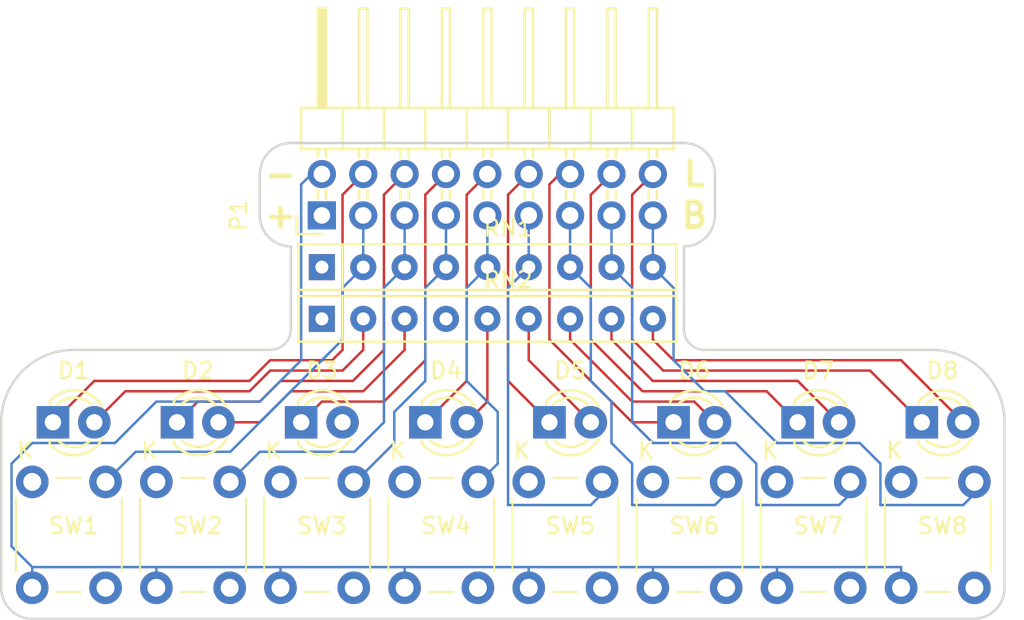
<source format=kicad_pcb>
(kicad_pcb (version 4) (host pcbnew 4.0.5+dfsg1-4)

  (general
    (links 58)
    (no_connects 19)
    (area 174.549999 100.889999 236.295001 130.250001)
    (thickness 1.6)
    (drawings 24)
    (tracks 180)
    (zones 0)
    (modules 19)
    (nets 27)
  )

  (page A4)
  (layers
    (0 F.Cu signal)
    (31 B.Cu signal)
    (32 B.Adhes user)
    (33 F.Adhes user)
    (34 B.Paste user)
    (35 F.Paste user)
    (36 B.SilkS user)
    (37 F.SilkS user)
    (38 B.Mask user)
    (39 F.Mask user)
    (40 Dwgs.User user)
    (41 Cmts.User user)
    (42 Eco1.User user)
    (43 Eco2.User user)
    (44 Edge.Cuts user)
    (45 Margin user)
    (46 B.CrtYd user)
    (47 F.CrtYd user)
    (48 B.Fab user)
    (49 F.Fab user)
  )

  (setup
    (last_trace_width 0.1524)
    (trace_clearance 0.1524)
    (zone_clearance 0.508)
    (zone_45_only no)
    (trace_min 0.1524)
    (segment_width 0.2)
    (edge_width 0.15)
    (via_size 0.6858)
    (via_drill 0.3302)
    (via_min_size 0.6858)
    (via_min_drill 0.3302)
    (uvia_size 0.762)
    (uvia_drill 0.508)
    (uvias_allowed no)
    (uvia_min_size 0)
    (uvia_min_drill 0)
    (pcb_text_width 0.3)
    (pcb_text_size 1.5 1.5)
    (mod_edge_width 0.15)
    (mod_text_size 1 1)
    (mod_text_width 0.15)
    (pad_size 1.524 1.524)
    (pad_drill 0.762)
    (pad_to_mask_clearance 0.2)
    (aux_axis_origin 0 0)
    (visible_elements FFFFFF7F)
    (pcbplotparams
      (layerselection 0x00030_80000001)
      (usegerberextensions false)
      (excludeedgelayer true)
      (linewidth 0.100000)
      (plotframeref false)
      (viasonmask false)
      (mode 1)
      (useauxorigin false)
      (hpglpennumber 1)
      (hpglpenspeed 20)
      (hpglpendiameter 15)
      (hpglpenoverlay 2)
      (psnegative false)
      (psa4output false)
      (plotreference true)
      (plotvalue true)
      (plotinvisibletext false)
      (padsonsilk false)
      (subtractmaskfromsilk false)
      (outputformat 1)
      (mirror false)
      (drillshape 1)
      (scaleselection 1)
      (outputdirectory ""))
  )

  (net 0 "")
  (net 1 "Net-(D1-Pad1)")
  (net 2 VCC)
  (net 3 "Net-(D2-Pad1)")
  (net 4 "Net-(D3-Pad1)")
  (net 5 "Net-(D4-Pad1)")
  (net 6 "Net-(D5-Pad1)")
  (net 7 "Net-(D6-Pad1)")
  (net 8 "Net-(D7-Pad1)")
  (net 9 "Net-(D8-Pad1)")
  (net 10 "Net-(P1-Pad7)")
  (net 11 GND)
  (net 12 "Net-(P1-Pad3)")
  (net 13 "Net-(P1-Pad5)")
  (net 14 "Net-(P1-Pad9)")
  (net 15 "Net-(P1-Pad11)")
  (net 16 "Net-(P1-Pad13)")
  (net 17 "Net-(P1-Pad15)")
  (net 18 "Net-(P1-Pad17)")
  (net 19 "Net-(D1-Pad2)")
  (net 20 "Net-(D2-Pad2)")
  (net 21 "Net-(D3-Pad2)")
  (net 22 "Net-(D4-Pad2)")
  (net 23 "Net-(D5-Pad2)")
  (net 24 "Net-(D6-Pad2)")
  (net 25 "Net-(D7-Pad2)")
  (net 26 "Net-(D8-Pad2)")

  (net_class Default "Esta é a classe de net default."
    (clearance 0.1524)
    (trace_width 0.1524)
    (via_dia 0.6858)
    (via_drill 0.3302)
    (uvia_dia 0.762)
    (uvia_drill 0.508)
    (add_net GND)
    (add_net "Net-(D1-Pad1)")
    (add_net "Net-(D1-Pad2)")
    (add_net "Net-(D2-Pad1)")
    (add_net "Net-(D2-Pad2)")
    (add_net "Net-(D3-Pad1)")
    (add_net "Net-(D3-Pad2)")
    (add_net "Net-(D4-Pad1)")
    (add_net "Net-(D4-Pad2)")
    (add_net "Net-(D5-Pad1)")
    (add_net "Net-(D5-Pad2)")
    (add_net "Net-(D6-Pad1)")
    (add_net "Net-(D6-Pad2)")
    (add_net "Net-(D7-Pad1)")
    (add_net "Net-(D7-Pad2)")
    (add_net "Net-(D8-Pad1)")
    (add_net "Net-(D8-Pad2)")
    (add_net "Net-(P1-Pad11)")
    (add_net "Net-(P1-Pad13)")
    (add_net "Net-(P1-Pad15)")
    (add_net "Net-(P1-Pad17)")
    (add_net "Net-(P1-Pad3)")
    (add_net "Net-(P1-Pad5)")
    (add_net "Net-(P1-Pad7)")
    (add_net "Net-(P1-Pad9)")
    (add_net VCC)
  )

  (module LEDs:LED-3MM (layer F.Cu) (tedit 5984B110) (tstamp 59848893)
    (at 231.14 118.11)
    (descr "LED 3mm round vertical")
    (tags "LED  3mm round vertical")
    (path /59849EFA)
    (fp_text reference D8 (at 1.27 -3.175) (layer F.SilkS)
      (effects (font (size 1 1) (thickness 0.15)))
    )
    (fp_text value LED (at 1.3 -2.9) (layer F.Fab)
      (effects (font (size 1 1) (thickness 0.15)))
    )
    (fp_line (start -1.2 2.3) (end 3.8 2.3) (layer F.CrtYd) (width 0.05))
    (fp_line (start 3.8 2.3) (end 3.8 -2.2) (layer F.CrtYd) (width 0.05))
    (fp_line (start 3.8 -2.2) (end -1.2 -2.2) (layer F.CrtYd) (width 0.05))
    (fp_line (start -1.2 -2.2) (end -1.2 2.3) (layer F.CrtYd) (width 0.05))
    (fp_line (start -0.199 1.314) (end -0.199 1.114) (layer F.SilkS) (width 0.15))
    (fp_line (start -0.199 -1.28) (end -0.199 -1.1) (layer F.SilkS) (width 0.15))
    (fp_arc (start 1.301 0.034) (end -0.199 -1.286) (angle 108.5) (layer F.SilkS) (width 0.15))
    (fp_arc (start 1.301 0.034) (end 0.25 -1.1) (angle 85.7) (layer F.SilkS) (width 0.15))
    (fp_arc (start 1.311 0.034) (end 3.051 0.994) (angle 110) (layer F.SilkS) (width 0.15))
    (fp_arc (start 1.301 0.034) (end 2.335 1.094) (angle 87.5) (layer F.SilkS) (width 0.15))
    (fp_text user K (at -1.69 1.74) (layer F.SilkS)
      (effects (font (size 1 1) (thickness 0.15)))
    )
    (pad 1 thru_hole rect (at 0 0 90) (size 2 2) (drill 1.00076) (layers *.Cu *.Mask)
      (net 9 "Net-(D8-Pad1)"))
    (pad 2 thru_hole circle (at 2.54 0) (size 2 2) (drill 1.00076) (layers *.Cu *.Mask)
      (net 26 "Net-(D8-Pad2)"))
    (model LEDs.3dshapes/LED-3MM.wrl
      (at (xyz 0.05 0 0))
      (scale (xyz 1 1 1))
      (rotate (xyz 0 0 90))
    )
  )

  (module Resistors_THT:Resistor_Array_SIP9 (layer F.Cu) (tedit 57FA3974) (tstamp 59849A22)
    (at 194.31 108.585)
    (descr "9-pin Resistor SIP pack")
    (tags R)
    (path /5984BB3E)
    (fp_text reference RN1 (at 11.43 -2.4) (layer F.SilkS)
      (effects (font (size 1 1) (thickness 0.15)))
    )
    (fp_text value R_Network08 (at 11.43 2.4) (layer F.Fab)
      (effects (font (size 1 1) (thickness 0.15)))
    )
    (fp_line (start -1.29 -1.25) (end -1.29 1.25) (layer F.Fab) (width 0.1))
    (fp_line (start -1.29 1.25) (end 21.61 1.25) (layer F.Fab) (width 0.1))
    (fp_line (start 21.61 1.25) (end 21.61 -1.25) (layer F.Fab) (width 0.1))
    (fp_line (start 21.61 -1.25) (end -1.29 -1.25) (layer F.Fab) (width 0.1))
    (fp_line (start 1.27 -1.25) (end 1.27 1.25) (layer F.Fab) (width 0.1))
    (fp_line (start -1.44 -1.4) (end -1.44 1.4) (layer F.SilkS) (width 0.15))
    (fp_line (start -1.44 1.4) (end 21.76 1.4) (layer F.SilkS) (width 0.15))
    (fp_line (start 21.76 1.4) (end 21.76 -1.4) (layer F.SilkS) (width 0.15))
    (fp_line (start 21.76 -1.4) (end -1.44 -1.4) (layer F.SilkS) (width 0.15))
    (fp_line (start 1.27 -1.4) (end 1.27 1.4) (layer F.SilkS) (width 0.15))
    (fp_line (start -1.7 -1.65) (end -1.7 1.65) (layer F.CrtYd) (width 0.05))
    (fp_line (start -1.7 1.65) (end 22.05 1.65) (layer F.CrtYd) (width 0.05))
    (fp_line (start 22.05 1.65) (end 22.05 -1.65) (layer F.CrtYd) (width 0.05))
    (fp_line (start 22.05 -1.65) (end -1.7 -1.65) (layer F.CrtYd) (width 0.05))
    (pad 1 thru_hole rect (at 0 0) (size 1.6 1.6) (drill 0.8) (layers *.Cu *.Mask)
      (net 2 VCC))
    (pad 2 thru_hole oval (at 2.54 0) (size 1.6 1.6) (drill 0.8) (layers *.Cu *.Mask)
      (net 12 "Net-(P1-Pad3)"))
    (pad 3 thru_hole oval (at 5.08 0) (size 1.6 1.6) (drill 0.8) (layers *.Cu *.Mask)
      (net 13 "Net-(P1-Pad5)"))
    (pad 4 thru_hole oval (at 7.62 0) (size 1.6 1.6) (drill 0.8) (layers *.Cu *.Mask)
      (net 10 "Net-(P1-Pad7)"))
    (pad 5 thru_hole oval (at 10.16 0) (size 1.6 1.6) (drill 0.8) (layers *.Cu *.Mask)
      (net 14 "Net-(P1-Pad9)"))
    (pad 6 thru_hole oval (at 12.7 0) (size 1.6 1.6) (drill 0.8) (layers *.Cu *.Mask)
      (net 15 "Net-(P1-Pad11)"))
    (pad 7 thru_hole oval (at 15.24 0) (size 1.6 1.6) (drill 0.8) (layers *.Cu *.Mask)
      (net 16 "Net-(P1-Pad13)"))
    (pad 8 thru_hole oval (at 17.78 0) (size 1.6 1.6) (drill 0.8) (layers *.Cu *.Mask)
      (net 17 "Net-(P1-Pad15)"))
    (pad 9 thru_hole oval (at 20.32 0) (size 1.6 1.6) (drill 0.8) (layers *.Cu *.Mask)
      (net 18 "Net-(P1-Pad17)"))
    (model Resistors_ThroughHole.3dshapes/Resistor_Array_SIP9.wrl
      (at (xyz 0 0 0))
      (scale (xyz 0.393701 0.393701 0.393701))
      (rotate (xyz 0 0 0))
    )
  )

  (module Pin_Headers:Pin_Header_Angled_2x09 (layer F.Cu) (tedit 5984B1BC) (tstamp 59848D26)
    (at 194.31 105.41 90)
    (descr "Through hole pin header")
    (tags "pin header")
    (path /59847F9A)
    (fp_text reference P1 (at 0 -5.1 90) (layer F.SilkS)
      (effects (font (size 1 1) (thickness 0.15)))
    )
    (fp_text value CONN_02X09 (at 2.54 27.94 270) (layer F.Fab)
      (effects (font (size 1 1) (thickness 0.15)))
    )
    (fp_line (start -1.35 -1.75) (end -1.35 22.1) (layer F.CrtYd) (width 0.05))
    (fp_line (start 13.2 -1.75) (end 13.2 22.1) (layer F.CrtYd) (width 0.05))
    (fp_line (start -1.35 -1.75) (end 13.2 -1.75) (layer F.CrtYd) (width 0.05))
    (fp_line (start -1.35 22.1) (end 13.2 22.1) (layer F.CrtYd) (width 0.05))
    (fp_line (start 1.524 -0.254) (end 1.016 -0.254) (layer F.SilkS) (width 0.15))
    (fp_line (start 1.524 0.254) (end 1.016 0.254) (layer F.SilkS) (width 0.15))
    (fp_line (start 1.524 17.526) (end 1.016 17.526) (layer F.SilkS) (width 0.15))
    (fp_line (start 1.524 18.034) (end 1.016 18.034) (layer F.SilkS) (width 0.15))
    (fp_line (start 1.524 20.066) (end 1.016 20.066) (layer F.SilkS) (width 0.15))
    (fp_line (start 1.524 20.574) (end 1.016 20.574) (layer F.SilkS) (width 0.15))
    (fp_line (start 1.524 15.494) (end 1.016 15.494) (layer F.SilkS) (width 0.15))
    (fp_line (start 1.524 14.986) (end 1.016 14.986) (layer F.SilkS) (width 0.15))
    (fp_line (start 1.524 12.954) (end 1.016 12.954) (layer F.SilkS) (width 0.15))
    (fp_line (start 1.524 12.446) (end 1.016 12.446) (layer F.SilkS) (width 0.15))
    (fp_line (start 1.524 2.286) (end 1.016 2.286) (layer F.SilkS) (width 0.15))
    (fp_line (start 1.524 2.794) (end 1.016 2.794) (layer F.SilkS) (width 0.15))
    (fp_line (start 1.524 4.826) (end 1.016 4.826) (layer F.SilkS) (width 0.15))
    (fp_line (start 1.524 5.334) (end 1.016 5.334) (layer F.SilkS) (width 0.15))
    (fp_line (start 1.524 10.414) (end 1.016 10.414) (layer F.SilkS) (width 0.15))
    (fp_line (start 1.524 9.906) (end 1.016 9.906) (layer F.SilkS) (width 0.15))
    (fp_line (start 1.524 7.874) (end 1.016 7.874) (layer F.SilkS) (width 0.15))
    (fp_line (start 1.524 7.366) (end 1.016 7.366) (layer F.SilkS) (width 0.15))
    (fp_line (start 4.064 20.574) (end 3.556 20.574) (layer F.SilkS) (width 0.15))
    (fp_line (start 4.064 20.066) (end 3.556 20.066) (layer F.SilkS) (width 0.15))
    (fp_line (start 4.064 14.986) (end 3.556 14.986) (layer F.SilkS) (width 0.15))
    (fp_line (start 4.064 15.494) (end 3.556 15.494) (layer F.SilkS) (width 0.15))
    (fp_line (start 4.064 17.526) (end 3.556 17.526) (layer F.SilkS) (width 0.15))
    (fp_line (start 4.064 18.034) (end 3.556 18.034) (layer F.SilkS) (width 0.15))
    (fp_line (start 4.064 12.954) (end 3.556 12.954) (layer F.SilkS) (width 0.15))
    (fp_line (start 4.064 12.446) (end 3.556 12.446) (layer F.SilkS) (width 0.15))
    (fp_line (start 4.064 10.414) (end 3.556 10.414) (layer F.SilkS) (width 0.15))
    (fp_line (start 4.064 9.906) (end 3.556 9.906) (layer F.SilkS) (width 0.15))
    (fp_line (start 4.064 -0.254) (end 3.556 -0.254) (layer F.SilkS) (width 0.15))
    (fp_line (start 4.064 0.254) (end 3.556 0.254) (layer F.SilkS) (width 0.15))
    (fp_line (start 4.064 2.286) (end 3.556 2.286) (layer F.SilkS) (width 0.15))
    (fp_line (start 4.064 2.794) (end 3.556 2.794) (layer F.SilkS) (width 0.15))
    (fp_line (start 4.064 7.874) (end 3.556 7.874) (layer F.SilkS) (width 0.15))
    (fp_line (start 4.064 7.366) (end 3.556 7.366) (layer F.SilkS) (width 0.15))
    (fp_line (start 4.064 5.334) (end 3.556 5.334) (layer F.SilkS) (width 0.15))
    (fp_line (start 4.064 4.826) (end 3.556 4.826) (layer F.SilkS) (width 0.15))
    (fp_line (start 0 -1.55) (end -1.15 -1.55) (layer F.SilkS) (width 0.15))
    (fp_line (start -1.15 -1.55) (end -1.15 0) (layer F.SilkS) (width 0.15))
    (fp_line (start 6.604 -0.127) (end 12.573 -0.127) (layer F.SilkS) (width 0.15))
    (fp_line (start 12.573 -0.127) (end 12.573 0.127) (layer F.SilkS) (width 0.15))
    (fp_line (start 12.573 0.127) (end 6.731 0.127) (layer F.SilkS) (width 0.15))
    (fp_line (start 6.731 0.127) (end 6.731 0) (layer F.SilkS) (width 0.15))
    (fp_line (start 6.731 0) (end 12.573 0) (layer F.SilkS) (width 0.15))
    (fp_line (start 4.064 19.05) (end 6.604 19.05) (layer F.SilkS) (width 0.15))
    (fp_line (start 4.064 19.05) (end 4.064 21.59) (layer F.SilkS) (width 0.15))
    (fp_line (start 6.604 20.066) (end 12.7 20.066) (layer F.SilkS) (width 0.15))
    (fp_line (start 12.7 20.066) (end 12.7 20.574) (layer F.SilkS) (width 0.15))
    (fp_line (start 12.7 20.574) (end 6.604 20.574) (layer F.SilkS) (width 0.15))
    (fp_line (start 6.604 21.59) (end 6.604 19.05) (layer F.SilkS) (width 0.15))
    (fp_line (start 4.064 21.59) (end 6.604 21.59) (layer F.SilkS) (width 0.15))
    (fp_line (start 4.064 8.89) (end 6.604 8.89) (layer F.SilkS) (width 0.15))
    (fp_line (start 4.064 8.89) (end 4.064 11.43) (layer F.SilkS) (width 0.15))
    (fp_line (start 4.064 11.43) (end 6.604 11.43) (layer F.SilkS) (width 0.15))
    (fp_line (start 6.604 9.906) (end 12.7 9.906) (layer F.SilkS) (width 0.15))
    (fp_line (start 12.7 9.906) (end 12.7 10.414) (layer F.SilkS) (width 0.15))
    (fp_line (start 12.7 10.414) (end 6.604 10.414) (layer F.SilkS) (width 0.15))
    (fp_line (start 6.604 11.43) (end 6.604 8.89) (layer F.SilkS) (width 0.15))
    (fp_line (start 6.604 13.97) (end 6.604 11.43) (layer F.SilkS) (width 0.15))
    (fp_line (start 12.7 12.954) (end 6.604 12.954) (layer F.SilkS) (width 0.15))
    (fp_line (start 12.7 12.446) (end 12.7 12.954) (layer F.SilkS) (width 0.15))
    (fp_line (start 6.604 12.446) (end 12.7 12.446) (layer F.SilkS) (width 0.15))
    (fp_line (start 4.064 13.97) (end 6.604 13.97) (layer F.SilkS) (width 0.15))
    (fp_line (start 4.064 11.43) (end 4.064 13.97) (layer F.SilkS) (width 0.15))
    (fp_line (start 4.064 11.43) (end 6.604 11.43) (layer F.SilkS) (width 0.15))
    (fp_line (start 4.064 16.51) (end 6.604 16.51) (layer F.SilkS) (width 0.15))
    (fp_line (start 4.064 16.51) (end 4.064 19.05) (layer F.SilkS) (width 0.15))
    (fp_line (start 4.064 19.05) (end 6.604 19.05) (layer F.SilkS) (width 0.15))
    (fp_line (start 6.604 17.526) (end 12.7 17.526) (layer F.SilkS) (width 0.15))
    (fp_line (start 12.7 17.526) (end 12.7 18.034) (layer F.SilkS) (width 0.15))
    (fp_line (start 12.7 18.034) (end 6.604 18.034) (layer F.SilkS) (width 0.15))
    (fp_line (start 6.604 19.05) (end 6.604 16.51) (layer F.SilkS) (width 0.15))
    (fp_line (start 6.604 16.51) (end 6.604 13.97) (layer F.SilkS) (width 0.15))
    (fp_line (start 12.7 15.494) (end 6.604 15.494) (layer F.SilkS) (width 0.15))
    (fp_line (start 12.7 14.986) (end 12.7 15.494) (layer F.SilkS) (width 0.15))
    (fp_line (start 6.604 14.986) (end 12.7 14.986) (layer F.SilkS) (width 0.15))
    (fp_line (start 4.064 16.51) (end 6.604 16.51) (layer F.SilkS) (width 0.15))
    (fp_line (start 4.064 13.97) (end 4.064 16.51) (layer F.SilkS) (width 0.15))
    (fp_line (start 4.064 13.97) (end 6.604 13.97) (layer F.SilkS) (width 0.15))
    (fp_line (start 4.064 3.81) (end 6.604 3.81) (layer F.SilkS) (width 0.15))
    (fp_line (start 4.064 3.81) (end 4.064 6.35) (layer F.SilkS) (width 0.15))
    (fp_line (start 4.064 6.35) (end 6.604 6.35) (layer F.SilkS) (width 0.15))
    (fp_line (start 6.604 4.826) (end 12.7 4.826) (layer F.SilkS) (width 0.15))
    (fp_line (start 12.7 4.826) (end 12.7 5.334) (layer F.SilkS) (width 0.15))
    (fp_line (start 12.7 5.334) (end 6.604 5.334) (layer F.SilkS) (width 0.15))
    (fp_line (start 6.604 6.35) (end 6.604 3.81) (layer F.SilkS) (width 0.15))
    (fp_line (start 6.604 8.89) (end 6.604 6.35) (layer F.SilkS) (width 0.15))
    (fp_line (start 12.7 7.874) (end 6.604 7.874) (layer F.SilkS) (width 0.15))
    (fp_line (start 12.7 7.366) (end 12.7 7.874) (layer F.SilkS) (width 0.15))
    (fp_line (start 6.604 7.366) (end 12.7 7.366) (layer F.SilkS) (width 0.15))
    (fp_line (start 4.064 8.89) (end 6.604 8.89) (layer F.SilkS) (width 0.15))
    (fp_line (start 4.064 6.35) (end 4.064 8.89) (layer F.SilkS) (width 0.15))
    (fp_line (start 4.064 6.35) (end 6.604 6.35) (layer F.SilkS) (width 0.15))
    (fp_line (start 4.064 1.27) (end 6.604 1.27) (layer F.SilkS) (width 0.15))
    (fp_line (start 4.064 1.27) (end 4.064 3.81) (layer F.SilkS) (width 0.15))
    (fp_line (start 4.064 3.81) (end 6.604 3.81) (layer F.SilkS) (width 0.15))
    (fp_line (start 6.604 2.286) (end 12.7 2.286) (layer F.SilkS) (width 0.15))
    (fp_line (start 12.7 2.286) (end 12.7 2.794) (layer F.SilkS) (width 0.15))
    (fp_line (start 12.7 2.794) (end 6.604 2.794) (layer F.SilkS) (width 0.15))
    (fp_line (start 6.604 3.81) (end 6.604 1.27) (layer F.SilkS) (width 0.15))
    (fp_line (start 6.604 1.27) (end 6.604 -1.27) (layer F.SilkS) (width 0.15))
    (fp_line (start 12.7 0.254) (end 6.604 0.254) (layer F.SilkS) (width 0.15))
    (fp_line (start 12.7 -0.254) (end 12.7 0.254) (layer F.SilkS) (width 0.15))
    (fp_line (start 6.604 -0.254) (end 12.7 -0.254) (layer F.SilkS) (width 0.15))
    (fp_line (start 4.064 1.27) (end 6.604 1.27) (layer F.SilkS) (width 0.15))
    (fp_line (start 4.064 -1.27) (end 4.064 1.27) (layer F.SilkS) (width 0.15))
    (fp_line (start 4.064 -1.27) (end 6.604 -1.27) (layer F.SilkS) (width 0.15))
    (pad 1 thru_hole rect (at 0 0 90) (size 1.7272 1.7272) (drill 1.016) (layers *.Cu *.Mask)
      (net 2 VCC))
    (pad 2 thru_hole oval (at 2.54 0 90) (size 1.7272 1.7272) (drill 1.016) (layers *.Cu *.Mask)
      (net 11 GND))
    (pad 3 thru_hole oval (at 0 2.54 90) (size 1.7272 1.7272) (drill 1.016) (layers *.Cu *.Mask)
      (net 12 "Net-(P1-Pad3)"))
    (pad 4 thru_hole oval (at 2.54 2.54 90) (size 1.7272 1.7272) (drill 1.016) (layers *.Cu *.Mask)
      (net 1 "Net-(D1-Pad1)"))
    (pad 5 thru_hole oval (at 0 5.08 90) (size 1.7272 1.7272) (drill 1.016) (layers *.Cu *.Mask)
      (net 13 "Net-(P1-Pad5)"))
    (pad 6 thru_hole oval (at 2.54 5.08 90) (size 1.7272 1.7272) (drill 1.016) (layers *.Cu *.Mask)
      (net 3 "Net-(D2-Pad1)"))
    (pad 7 thru_hole oval (at 0 7.62 90) (size 1.7272 1.7272) (drill 1.016) (layers *.Cu *.Mask)
      (net 10 "Net-(P1-Pad7)"))
    (pad 8 thru_hole oval (at 2.54 7.62 90) (size 1.7272 1.7272) (drill 1.016) (layers *.Cu *.Mask)
      (net 4 "Net-(D3-Pad1)"))
    (pad 9 thru_hole oval (at 0 10.16 90) (size 1.7272 1.7272) (drill 1.016) (layers *.Cu *.Mask)
      (net 14 "Net-(P1-Pad9)"))
    (pad 10 thru_hole oval (at 2.54 10.16 90) (size 1.7272 1.7272) (drill 1.016) (layers *.Cu *.Mask)
      (net 5 "Net-(D4-Pad1)"))
    (pad 11 thru_hole oval (at 0 12.7 90) (size 1.7272 1.7272) (drill 1.016) (layers *.Cu *.Mask)
      (net 15 "Net-(P1-Pad11)"))
    (pad 12 thru_hole oval (at 2.54 12.7 90) (size 1.7272 1.7272) (drill 1.016) (layers *.Cu *.Mask)
      (net 6 "Net-(D5-Pad1)"))
    (pad 13 thru_hole oval (at 0 15.24 90) (size 1.7272 1.7272) (drill 1.016) (layers *.Cu *.Mask)
      (net 16 "Net-(P1-Pad13)"))
    (pad 14 thru_hole oval (at 2.54 15.24 90) (size 1.7272 1.7272) (drill 1.016) (layers *.Cu *.Mask)
      (net 7 "Net-(D6-Pad1)"))
    (pad 15 thru_hole oval (at 0 17.78 90) (size 1.7272 1.7272) (drill 1.016) (layers *.Cu *.Mask)
      (net 17 "Net-(P1-Pad15)"))
    (pad 16 thru_hole oval (at 2.54 17.78 90) (size 1.7272 1.7272) (drill 1.016) (layers *.Cu *.Mask)
      (net 8 "Net-(D7-Pad1)"))
    (pad 17 thru_hole oval (at 0 20.32 90) (size 1.7272 1.7272) (drill 1.016) (layers *.Cu *.Mask)
      (net 18 "Net-(P1-Pad17)"))
    (pad 18 thru_hole oval (at 2.54 20.32 90) (size 1.7272 1.7272) (drill 1.016) (layers *.Cu *.Mask)
      (net 9 "Net-(D8-Pad1)"))
    (model Pin_Headers.3dshapes/Pin_Header_Angled_2x09.wrl
      (at (xyz 0.05 -0.4 0))
      (scale (xyz 1 1 1))
      (rotate (xyz 0 0 90))
    )
  )

  (module LEDs:LED-3MM (layer F.Cu) (tedit 5984B0EE) (tstamp 59848869)
    (at 177.8 118.11)
    (descr "LED 3mm round vertical")
    (tags "LED  3mm round vertical")
    (path /59849AE7)
    (fp_text reference D1 (at 1.27 -3.175) (layer F.SilkS)
      (effects (font (size 1 1) (thickness 0.15)))
    )
    (fp_text value LED (at 1.3 -2.9) (layer F.Fab)
      (effects (font (size 1 1) (thickness 0.15)))
    )
    (fp_line (start -1.2 2.3) (end 3.8 2.3) (layer F.CrtYd) (width 0.05))
    (fp_line (start 3.8 2.3) (end 3.8 -2.2) (layer F.CrtYd) (width 0.05))
    (fp_line (start 3.8 -2.2) (end -1.2 -2.2) (layer F.CrtYd) (width 0.05))
    (fp_line (start -1.2 -2.2) (end -1.2 2.3) (layer F.CrtYd) (width 0.05))
    (fp_line (start -0.199 1.314) (end -0.199 1.114) (layer F.SilkS) (width 0.15))
    (fp_line (start -0.199 -1.28) (end -0.199 -1.1) (layer F.SilkS) (width 0.15))
    (fp_arc (start 1.301 0.034) (end -0.199 -1.286) (angle 108.5) (layer F.SilkS) (width 0.15))
    (fp_arc (start 1.301 0.034) (end 0.25 -1.1) (angle 85.7) (layer F.SilkS) (width 0.15))
    (fp_arc (start 1.311 0.034) (end 3.051 0.994) (angle 110) (layer F.SilkS) (width 0.15))
    (fp_arc (start 1.301 0.034) (end 2.335 1.094) (angle 87.5) (layer F.SilkS) (width 0.15))
    (fp_text user K (at -1.69 1.74) (layer F.SilkS)
      (effects (font (size 1 1) (thickness 0.15)))
    )
    (pad 1 thru_hole rect (at 0 0 90) (size 2 2) (drill 1.00076) (layers *.Cu *.Mask)
      (net 1 "Net-(D1-Pad1)"))
    (pad 2 thru_hole circle (at 2.54 0) (size 2 2) (drill 1.00076) (layers *.Cu *.Mask)
      (net 19 "Net-(D1-Pad2)"))
    (model LEDs.3dshapes/LED-3MM.wrl
      (at (xyz 0.05 0 0))
      (scale (xyz 1 1 1))
      (rotate (xyz 0 0 90))
    )
  )

  (module LEDs:LED-3MM (layer F.Cu) (tedit 5984B0F3) (tstamp 5984886F)
    (at 185.42 118.11)
    (descr "LED 3mm round vertical")
    (tags "LED  3mm round vertical")
    (path /59849CE6)
    (fp_text reference D2 (at 1.27 -3.175) (layer F.SilkS)
      (effects (font (size 1 1) (thickness 0.15)))
    )
    (fp_text value LED (at 1.3 -2.9) (layer F.Fab)
      (effects (font (size 1 1) (thickness 0.15)))
    )
    (fp_line (start -1.2 2.3) (end 3.8 2.3) (layer F.CrtYd) (width 0.05))
    (fp_line (start 3.8 2.3) (end 3.8 -2.2) (layer F.CrtYd) (width 0.05))
    (fp_line (start 3.8 -2.2) (end -1.2 -2.2) (layer F.CrtYd) (width 0.05))
    (fp_line (start -1.2 -2.2) (end -1.2 2.3) (layer F.CrtYd) (width 0.05))
    (fp_line (start -0.199 1.314) (end -0.199 1.114) (layer F.SilkS) (width 0.15))
    (fp_line (start -0.199 -1.28) (end -0.199 -1.1) (layer F.SilkS) (width 0.15))
    (fp_arc (start 1.301 0.034) (end -0.199 -1.286) (angle 108.5) (layer F.SilkS) (width 0.15))
    (fp_arc (start 1.301 0.034) (end 0.25 -1.1) (angle 85.7) (layer F.SilkS) (width 0.15))
    (fp_arc (start 1.311 0.034) (end 3.051 0.994) (angle 110) (layer F.SilkS) (width 0.15))
    (fp_arc (start 1.301 0.034) (end 2.335 1.094) (angle 87.5) (layer F.SilkS) (width 0.15))
    (fp_text user K (at -1.69 1.74) (layer F.SilkS)
      (effects (font (size 1 1) (thickness 0.15)))
    )
    (pad 1 thru_hole rect (at 0 0 90) (size 2 2) (drill 1.00076) (layers *.Cu *.Mask)
      (net 3 "Net-(D2-Pad1)"))
    (pad 2 thru_hole circle (at 2.54 0) (size 2 2) (drill 1.00076) (layers *.Cu *.Mask)
      (net 20 "Net-(D2-Pad2)"))
    (model LEDs.3dshapes/LED-3MM.wrl
      (at (xyz 0.05 0 0))
      (scale (xyz 1 1 1))
      (rotate (xyz 0 0 90))
    )
  )

  (module LEDs:LED-3MM (layer F.Cu) (tedit 5984B0FB) (tstamp 59848875)
    (at 193.04 118.11)
    (descr "LED 3mm round vertical")
    (tags "LED  3mm round vertical")
    (path /59849D5C)
    (fp_text reference D3 (at 1.27 -3.175) (layer F.SilkS)
      (effects (font (size 1 1) (thickness 0.15)))
    )
    (fp_text value LED (at 1.3 -2.9) (layer F.Fab)
      (effects (font (size 1 1) (thickness 0.15)))
    )
    (fp_line (start -1.2 2.3) (end 3.8 2.3) (layer F.CrtYd) (width 0.05))
    (fp_line (start 3.8 2.3) (end 3.8 -2.2) (layer F.CrtYd) (width 0.05))
    (fp_line (start 3.8 -2.2) (end -1.2 -2.2) (layer F.CrtYd) (width 0.05))
    (fp_line (start -1.2 -2.2) (end -1.2 2.3) (layer F.CrtYd) (width 0.05))
    (fp_line (start -0.199 1.314) (end -0.199 1.114) (layer F.SilkS) (width 0.15))
    (fp_line (start -0.199 -1.28) (end -0.199 -1.1) (layer F.SilkS) (width 0.15))
    (fp_arc (start 1.301 0.034) (end -0.199 -1.286) (angle 108.5) (layer F.SilkS) (width 0.15))
    (fp_arc (start 1.301 0.034) (end 0.25 -1.1) (angle 85.7) (layer F.SilkS) (width 0.15))
    (fp_arc (start 1.311 0.034) (end 3.051 0.994) (angle 110) (layer F.SilkS) (width 0.15))
    (fp_arc (start 1.301 0.034) (end 2.335 1.094) (angle 87.5) (layer F.SilkS) (width 0.15))
    (fp_text user K (at -1.69 1.74) (layer F.SilkS)
      (effects (font (size 1 1) (thickness 0.15)))
    )
    (pad 1 thru_hole rect (at 0 0 90) (size 2 2) (drill 1.00076) (layers *.Cu *.Mask)
      (net 4 "Net-(D3-Pad1)"))
    (pad 2 thru_hole circle (at 2.54 0) (size 2 2) (drill 1.00076) (layers *.Cu *.Mask)
      (net 21 "Net-(D3-Pad2)"))
    (model LEDs.3dshapes/LED-3MM.wrl
      (at (xyz 0.05 0 0))
      (scale (xyz 1 1 1))
      (rotate (xyz 0 0 90))
    )
  )

  (module LEDs:LED-3MM (layer F.Cu) (tedit 5984B0FF) (tstamp 5984887B)
    (at 200.66 118.11)
    (descr "LED 3mm round vertical")
    (tags "LED  3mm round vertical")
    (path /59849D6E)
    (fp_text reference D4 (at 1.27 -3.175) (layer F.SilkS)
      (effects (font (size 1 1) (thickness 0.15)))
    )
    (fp_text value LED (at 1.3 -2.9) (layer F.Fab)
      (effects (font (size 1 1) (thickness 0.15)))
    )
    (fp_line (start -1.2 2.3) (end 3.8 2.3) (layer F.CrtYd) (width 0.05))
    (fp_line (start 3.8 2.3) (end 3.8 -2.2) (layer F.CrtYd) (width 0.05))
    (fp_line (start 3.8 -2.2) (end -1.2 -2.2) (layer F.CrtYd) (width 0.05))
    (fp_line (start -1.2 -2.2) (end -1.2 2.3) (layer F.CrtYd) (width 0.05))
    (fp_line (start -0.199 1.314) (end -0.199 1.114) (layer F.SilkS) (width 0.15))
    (fp_line (start -0.199 -1.28) (end -0.199 -1.1) (layer F.SilkS) (width 0.15))
    (fp_arc (start 1.301 0.034) (end -0.199 -1.286) (angle 108.5) (layer F.SilkS) (width 0.15))
    (fp_arc (start 1.301 0.034) (end 0.25 -1.1) (angle 85.7) (layer F.SilkS) (width 0.15))
    (fp_arc (start 1.311 0.034) (end 3.051 0.994) (angle 110) (layer F.SilkS) (width 0.15))
    (fp_arc (start 1.301 0.034) (end 2.335 1.094) (angle 87.5) (layer F.SilkS) (width 0.15))
    (fp_text user K (at -1.69 1.74) (layer F.SilkS)
      (effects (font (size 1 1) (thickness 0.15)))
    )
    (pad 1 thru_hole rect (at 0 0 90) (size 2 2) (drill 1.00076) (layers *.Cu *.Mask)
      (net 5 "Net-(D4-Pad1)"))
    (pad 2 thru_hole circle (at 2.54 0) (size 2 2) (drill 1.00076) (layers *.Cu *.Mask)
      (net 22 "Net-(D4-Pad2)"))
    (model LEDs.3dshapes/LED-3MM.wrl
      (at (xyz 0.05 0 0))
      (scale (xyz 1 1 1))
      (rotate (xyz 0 0 90))
    )
  )

  (module LEDs:LED-3MM (layer F.Cu) (tedit 5984B104) (tstamp 59848881)
    (at 208.28 118.11)
    (descr "LED 3mm round vertical")
    (tags "LED  3mm round vertical")
    (path /59849EC4)
    (fp_text reference D5 (at 1.27 -3.175 180) (layer F.SilkS)
      (effects (font (size 1 1) (thickness 0.15)))
    )
    (fp_text value LED (at 1.3 -2.9) (layer F.Fab)
      (effects (font (size 1 1) (thickness 0.15)))
    )
    (fp_line (start -1.2 2.3) (end 3.8 2.3) (layer F.CrtYd) (width 0.05))
    (fp_line (start 3.8 2.3) (end 3.8 -2.2) (layer F.CrtYd) (width 0.05))
    (fp_line (start 3.8 -2.2) (end -1.2 -2.2) (layer F.CrtYd) (width 0.05))
    (fp_line (start -1.2 -2.2) (end -1.2 2.3) (layer F.CrtYd) (width 0.05))
    (fp_line (start -0.199 1.314) (end -0.199 1.114) (layer F.SilkS) (width 0.15))
    (fp_line (start -0.199 -1.28) (end -0.199 -1.1) (layer F.SilkS) (width 0.15))
    (fp_arc (start 1.301 0.034) (end -0.199 -1.286) (angle 108.5) (layer F.SilkS) (width 0.15))
    (fp_arc (start 1.301 0.034) (end 0.25 -1.1) (angle 85.7) (layer F.SilkS) (width 0.15))
    (fp_arc (start 1.311 0.034) (end 3.051 0.994) (angle 110) (layer F.SilkS) (width 0.15))
    (fp_arc (start 1.301 0.034) (end 2.335 1.094) (angle 87.5) (layer F.SilkS) (width 0.15))
    (fp_text user K (at -1.69 1.74) (layer F.SilkS)
      (effects (font (size 1 1) (thickness 0.15)))
    )
    (pad 1 thru_hole rect (at 0 0 90) (size 2 2) (drill 1.00076) (layers *.Cu *.Mask)
      (net 6 "Net-(D5-Pad1)"))
    (pad 2 thru_hole circle (at 2.54 0) (size 2 2) (drill 1.00076) (layers *.Cu *.Mask)
      (net 23 "Net-(D5-Pad2)"))
    (model LEDs.3dshapes/LED-3MM.wrl
      (at (xyz 0.05 0 0))
      (scale (xyz 1 1 1))
      (rotate (xyz 0 0 90))
    )
  )

  (module LEDs:LED-3MM (layer F.Cu) (tedit 5984B108) (tstamp 59848887)
    (at 215.9 118.11)
    (descr "LED 3mm round vertical")
    (tags "LED  3mm round vertical")
    (path /59849ED6)
    (fp_text reference D6 (at 1.27 -3.175) (layer F.SilkS)
      (effects (font (size 1 1) (thickness 0.15)))
    )
    (fp_text value LED (at 1.3 -2.9) (layer F.Fab)
      (effects (font (size 1 1) (thickness 0.15)))
    )
    (fp_line (start -1.2 2.3) (end 3.8 2.3) (layer F.CrtYd) (width 0.05))
    (fp_line (start 3.8 2.3) (end 3.8 -2.2) (layer F.CrtYd) (width 0.05))
    (fp_line (start 3.8 -2.2) (end -1.2 -2.2) (layer F.CrtYd) (width 0.05))
    (fp_line (start -1.2 -2.2) (end -1.2 2.3) (layer F.CrtYd) (width 0.05))
    (fp_line (start -0.199 1.314) (end -0.199 1.114) (layer F.SilkS) (width 0.15))
    (fp_line (start -0.199 -1.28) (end -0.199 -1.1) (layer F.SilkS) (width 0.15))
    (fp_arc (start 1.301 0.034) (end -0.199 -1.286) (angle 108.5) (layer F.SilkS) (width 0.15))
    (fp_arc (start 1.301 0.034) (end 0.25 -1.1) (angle 85.7) (layer F.SilkS) (width 0.15))
    (fp_arc (start 1.311 0.034) (end 3.051 0.994) (angle 110) (layer F.SilkS) (width 0.15))
    (fp_arc (start 1.301 0.034) (end 2.335 1.094) (angle 87.5) (layer F.SilkS) (width 0.15))
    (fp_text user K (at -1.69 1.74) (layer F.SilkS)
      (effects (font (size 1 1) (thickness 0.15)))
    )
    (pad 1 thru_hole rect (at 0 0 90) (size 2 2) (drill 1.00076) (layers *.Cu *.Mask)
      (net 7 "Net-(D6-Pad1)"))
    (pad 2 thru_hole circle (at 2.54 0) (size 2 2) (drill 1.00076) (layers *.Cu *.Mask)
      (net 24 "Net-(D6-Pad2)"))
    (model LEDs.3dshapes/LED-3MM.wrl
      (at (xyz 0.05 0 0))
      (scale (xyz 1 1 1))
      (rotate (xyz 0 0 90))
    )
  )

  (module LEDs:LED-3MM (layer F.Cu) (tedit 5984B10C) (tstamp 5984888D)
    (at 223.52 118.11)
    (descr "LED 3mm round vertical")
    (tags "LED  3mm round vertical")
    (path /59849EE8)
    (fp_text reference D7 (at 1.27 -3.175) (layer F.SilkS)
      (effects (font (size 1 1) (thickness 0.15)))
    )
    (fp_text value LED (at 1.3 -2.9) (layer F.Fab)
      (effects (font (size 1 1) (thickness 0.15)))
    )
    (fp_line (start -1.2 2.3) (end 3.8 2.3) (layer F.CrtYd) (width 0.05))
    (fp_line (start 3.8 2.3) (end 3.8 -2.2) (layer F.CrtYd) (width 0.05))
    (fp_line (start 3.8 -2.2) (end -1.2 -2.2) (layer F.CrtYd) (width 0.05))
    (fp_line (start -1.2 -2.2) (end -1.2 2.3) (layer F.CrtYd) (width 0.05))
    (fp_line (start -0.199 1.314) (end -0.199 1.114) (layer F.SilkS) (width 0.15))
    (fp_line (start -0.199 -1.28) (end -0.199 -1.1) (layer F.SilkS) (width 0.15))
    (fp_arc (start 1.301 0.034) (end -0.199 -1.286) (angle 108.5) (layer F.SilkS) (width 0.15))
    (fp_arc (start 1.301 0.034) (end 0.25 -1.1) (angle 85.7) (layer F.SilkS) (width 0.15))
    (fp_arc (start 1.311 0.034) (end 3.051 0.994) (angle 110) (layer F.SilkS) (width 0.15))
    (fp_arc (start 1.301 0.034) (end 2.335 1.094) (angle 87.5) (layer F.SilkS) (width 0.15))
    (fp_text user K (at -1.69 1.74) (layer F.SilkS)
      (effects (font (size 1 1) (thickness 0.15)))
    )
    (pad 1 thru_hole rect (at 0 0 90) (size 2 2) (drill 1.00076) (layers *.Cu *.Mask)
      (net 8 "Net-(D7-Pad1)"))
    (pad 2 thru_hole circle (at 2.54 0) (size 2 2) (drill 1.00076) (layers *.Cu *.Mask)
      (net 25 "Net-(D7-Pad2)"))
    (model LEDs.3dshapes/LED-3MM.wrl
      (at (xyz 0.05 0 0))
      (scale (xyz 1 1 1))
      (rotate (xyz 0 0 90))
    )
  )

  (module Resistors_THT:Resistor_Array_SIP9 (layer F.Cu) (tedit 57FA3974) (tstamp 59849A2F)
    (at 194.31 111.76)
    (descr "9-pin Resistor SIP pack")
    (tags R)
    (path /5984C4CD)
    (fp_text reference RN2 (at 11.43 -2.4) (layer F.SilkS)
      (effects (font (size 1 1) (thickness 0.15)))
    )
    (fp_text value R_Network08 (at 11.43 2.4) (layer F.Fab)
      (effects (font (size 1 1) (thickness 0.15)))
    )
    (fp_line (start -1.29 -1.25) (end -1.29 1.25) (layer F.Fab) (width 0.1))
    (fp_line (start -1.29 1.25) (end 21.61 1.25) (layer F.Fab) (width 0.1))
    (fp_line (start 21.61 1.25) (end 21.61 -1.25) (layer F.Fab) (width 0.1))
    (fp_line (start 21.61 -1.25) (end -1.29 -1.25) (layer F.Fab) (width 0.1))
    (fp_line (start 1.27 -1.25) (end 1.27 1.25) (layer F.Fab) (width 0.1))
    (fp_line (start -1.44 -1.4) (end -1.44 1.4) (layer F.SilkS) (width 0.15))
    (fp_line (start -1.44 1.4) (end 21.76 1.4) (layer F.SilkS) (width 0.15))
    (fp_line (start 21.76 1.4) (end 21.76 -1.4) (layer F.SilkS) (width 0.15))
    (fp_line (start 21.76 -1.4) (end -1.44 -1.4) (layer F.SilkS) (width 0.15))
    (fp_line (start 1.27 -1.4) (end 1.27 1.4) (layer F.SilkS) (width 0.15))
    (fp_line (start -1.7 -1.65) (end -1.7 1.65) (layer F.CrtYd) (width 0.05))
    (fp_line (start -1.7 1.65) (end 22.05 1.65) (layer F.CrtYd) (width 0.05))
    (fp_line (start 22.05 1.65) (end 22.05 -1.65) (layer F.CrtYd) (width 0.05))
    (fp_line (start 22.05 -1.65) (end -1.7 -1.65) (layer F.CrtYd) (width 0.05))
    (pad 1 thru_hole rect (at 0 0) (size 1.6 1.6) (drill 0.8) (layers *.Cu *.Mask)
      (net 2 VCC))
    (pad 2 thru_hole oval (at 2.54 0) (size 1.6 1.6) (drill 0.8) (layers *.Cu *.Mask)
      (net 19 "Net-(D1-Pad2)"))
    (pad 3 thru_hole oval (at 5.08 0) (size 1.6 1.6) (drill 0.8) (layers *.Cu *.Mask)
      (net 20 "Net-(D2-Pad2)"))
    (pad 4 thru_hole oval (at 7.62 0) (size 1.6 1.6) (drill 0.8) (layers *.Cu *.Mask)
      (net 21 "Net-(D3-Pad2)"))
    (pad 5 thru_hole oval (at 10.16 0) (size 1.6 1.6) (drill 0.8) (layers *.Cu *.Mask)
      (net 22 "Net-(D4-Pad2)"))
    (pad 6 thru_hole oval (at 12.7 0) (size 1.6 1.6) (drill 0.8) (layers *.Cu *.Mask)
      (net 23 "Net-(D5-Pad2)"))
    (pad 7 thru_hole oval (at 15.24 0) (size 1.6 1.6) (drill 0.8) (layers *.Cu *.Mask)
      (net 24 "Net-(D6-Pad2)"))
    (pad 8 thru_hole oval (at 17.78 0) (size 1.6 1.6) (drill 0.8) (layers *.Cu *.Mask)
      (net 25 "Net-(D7-Pad2)"))
    (pad 9 thru_hole oval (at 20.32 0) (size 1.6 1.6) (drill 0.8) (layers *.Cu *.Mask)
      (net 26 "Net-(D8-Pad2)"))
    (model Resistors_ThroughHole.3dshapes/Resistor_Array_SIP9.wrl
      (at (xyz 0 0 0))
      (scale (xyz 0.393701 0.393701 0.393701))
      (rotate (xyz 0 0 0))
    )
  )

  (module Buttons_Switches_THT:SW_PUSH_6mm (layer F.Cu) (tedit 5984B0B6) (tstamp 59849A30)
    (at 176.53 128.27 90)
    (descr https://www.omron.com/ecb/products/pdf/en-b3f.pdf)
    (tags "tact sw push 6mm")
    (path /5984B5C1)
    (fp_text reference SW1 (at 3.81 2.54 180) (layer F.SilkS)
      (effects (font (size 1 1) (thickness 0.15)))
    )
    (fp_text value SW_Push (at 3.75 6.7 90) (layer F.Fab)
      (effects (font (size 1 1) (thickness 0.15)))
    )
    (fp_text user %R (at 3.25 2.25 90) (layer F.Fab)
      (effects (font (size 1 1) (thickness 0.15)))
    )
    (fp_line (start 3.25 -0.75) (end 6.25 -0.75) (layer F.Fab) (width 0.1))
    (fp_line (start 6.25 -0.75) (end 6.25 5.25) (layer F.Fab) (width 0.1))
    (fp_line (start 6.25 5.25) (end 0.25 5.25) (layer F.Fab) (width 0.1))
    (fp_line (start 0.25 5.25) (end 0.25 -0.75) (layer F.Fab) (width 0.1))
    (fp_line (start 0.25 -0.75) (end 3.25 -0.75) (layer F.Fab) (width 0.1))
    (fp_line (start 7.75 6) (end 8 6) (layer F.CrtYd) (width 0.05))
    (fp_line (start 8 6) (end 8 5.75) (layer F.CrtYd) (width 0.05))
    (fp_line (start 7.75 -1.5) (end 8 -1.5) (layer F.CrtYd) (width 0.05))
    (fp_line (start 8 -1.5) (end 8 -1.25) (layer F.CrtYd) (width 0.05))
    (fp_line (start -1.5 -1.25) (end -1.5 -1.5) (layer F.CrtYd) (width 0.05))
    (fp_line (start -1.5 -1.5) (end -1.25 -1.5) (layer F.CrtYd) (width 0.05))
    (fp_line (start -1.5 5.75) (end -1.5 6) (layer F.CrtYd) (width 0.05))
    (fp_line (start -1.5 6) (end -1.25 6) (layer F.CrtYd) (width 0.05))
    (fp_line (start -1.25 -1.5) (end 7.75 -1.5) (layer F.CrtYd) (width 0.05))
    (fp_line (start -1.5 5.75) (end -1.5 -1.25) (layer F.CrtYd) (width 0.05))
    (fp_line (start 7.75 6) (end -1.25 6) (layer F.CrtYd) (width 0.05))
    (fp_line (start 8 -1.25) (end 8 5.75) (layer F.CrtYd) (width 0.05))
    (fp_line (start 1 5.5) (end 5.5 5.5) (layer F.SilkS) (width 0.12))
    (fp_line (start -0.25 1.5) (end -0.25 3) (layer F.SilkS) (width 0.12))
    (fp_line (start 5.5 -1) (end 1 -1) (layer F.SilkS) (width 0.12))
    (fp_line (start 6.75 3) (end 6.75 1.5) (layer F.SilkS) (width 0.12))
    (fp_circle (center 3.25 2.25) (end 1.25 2.5) (layer F.Fab) (width 0.1))
    (pad 2 thru_hole circle (at 0 4.5 180) (size 2 2) (drill 1.1) (layers *.Cu *.Mask)
      (net 12 "Net-(P1-Pad3)"))
    (pad 1 thru_hole circle (at 0 0 180) (size 2 2) (drill 1.1) (layers *.Cu *.Mask)
      (net 11 GND))
    (pad 2 thru_hole circle (at 6.5 4.5 180) (size 2 2) (drill 1.1) (layers *.Cu *.Mask)
      (net 12 "Net-(P1-Pad3)"))
    (pad 1 thru_hole circle (at 6.5 0 180) (size 2 2) (drill 1.1) (layers *.Cu *.Mask)
      (net 11 GND))
    (model ${KISYS3DMOD}/Buttons_Switches_THT.3dshapes/SW_PUSH_6mm.wrl
      (at (xyz 0.005 0 0))
      (scale (xyz 0.3937 0.3937 0.3937))
      (rotate (xyz 0 0 0))
    )
  )

  (module Buttons_Switches_THT:SW_PUSH_6mm (layer F.Cu) (tedit 5984B0BD) (tstamp 59849A37)
    (at 184.15 128.27 90)
    (descr https://www.omron.com/ecb/products/pdf/en-b3f.pdf)
    (tags "tact sw push 6mm")
    (path /5984B5A7)
    (fp_text reference SW2 (at 3.81 2.54 180) (layer F.SilkS)
      (effects (font (size 1 1) (thickness 0.15)))
    )
    (fp_text value SW_Push (at 3.75 6.7 90) (layer F.Fab)
      (effects (font (size 1 1) (thickness 0.15)))
    )
    (fp_text user %R (at 3.25 2.25 90) (layer F.Fab)
      (effects (font (size 1 1) (thickness 0.15)))
    )
    (fp_line (start 3.25 -0.75) (end 6.25 -0.75) (layer F.Fab) (width 0.1))
    (fp_line (start 6.25 -0.75) (end 6.25 5.25) (layer F.Fab) (width 0.1))
    (fp_line (start 6.25 5.25) (end 0.25 5.25) (layer F.Fab) (width 0.1))
    (fp_line (start 0.25 5.25) (end 0.25 -0.75) (layer F.Fab) (width 0.1))
    (fp_line (start 0.25 -0.75) (end 3.25 -0.75) (layer F.Fab) (width 0.1))
    (fp_line (start 7.75 6) (end 8 6) (layer F.CrtYd) (width 0.05))
    (fp_line (start 8 6) (end 8 5.75) (layer F.CrtYd) (width 0.05))
    (fp_line (start 7.75 -1.5) (end 8 -1.5) (layer F.CrtYd) (width 0.05))
    (fp_line (start 8 -1.5) (end 8 -1.25) (layer F.CrtYd) (width 0.05))
    (fp_line (start -1.5 -1.25) (end -1.5 -1.5) (layer F.CrtYd) (width 0.05))
    (fp_line (start -1.5 -1.5) (end -1.25 -1.5) (layer F.CrtYd) (width 0.05))
    (fp_line (start -1.5 5.75) (end -1.5 6) (layer F.CrtYd) (width 0.05))
    (fp_line (start -1.5 6) (end -1.25 6) (layer F.CrtYd) (width 0.05))
    (fp_line (start -1.25 -1.5) (end 7.75 -1.5) (layer F.CrtYd) (width 0.05))
    (fp_line (start -1.5 5.75) (end -1.5 -1.25) (layer F.CrtYd) (width 0.05))
    (fp_line (start 7.75 6) (end -1.25 6) (layer F.CrtYd) (width 0.05))
    (fp_line (start 8 -1.25) (end 8 5.75) (layer F.CrtYd) (width 0.05))
    (fp_line (start 1 5.5) (end 5.5 5.5) (layer F.SilkS) (width 0.12))
    (fp_line (start -0.25 1.5) (end -0.25 3) (layer F.SilkS) (width 0.12))
    (fp_line (start 5.5 -1) (end 1 -1) (layer F.SilkS) (width 0.12))
    (fp_line (start 6.75 3) (end 6.75 1.5) (layer F.SilkS) (width 0.12))
    (fp_circle (center 3.25 2.25) (end 1.25 2.5) (layer F.Fab) (width 0.1))
    (pad 2 thru_hole circle (at 0 4.5 180) (size 2 2) (drill 1.1) (layers *.Cu *.Mask)
      (net 13 "Net-(P1-Pad5)"))
    (pad 1 thru_hole circle (at 0 0 180) (size 2 2) (drill 1.1) (layers *.Cu *.Mask)
      (net 11 GND))
    (pad 2 thru_hole circle (at 6.5 4.5 180) (size 2 2) (drill 1.1) (layers *.Cu *.Mask)
      (net 13 "Net-(P1-Pad5)"))
    (pad 1 thru_hole circle (at 6.5 0 180) (size 2 2) (drill 1.1) (layers *.Cu *.Mask)
      (net 11 GND))
    (model ${KISYS3DMOD}/Buttons_Switches_THT.3dshapes/SW_PUSH_6mm.wrl
      (at (xyz 0.005 0 0))
      (scale (xyz 0.3937 0.3937 0.3937))
      (rotate (xyz 0 0 0))
    )
  )

  (module Buttons_Switches_THT:SW_PUSH_6mm (layer F.Cu) (tedit 5984B0C3) (tstamp 59849A3E)
    (at 191.77 128.27 90)
    (descr https://www.omron.com/ecb/products/pdf/en-b3f.pdf)
    (tags "tact sw push 6mm")
    (path /5984B58D)
    (fp_text reference SW3 (at 3.81 2.54 180) (layer F.SilkS)
      (effects (font (size 1 1) (thickness 0.15)))
    )
    (fp_text value SW_Push (at 3.75 6.7 90) (layer F.Fab)
      (effects (font (size 1 1) (thickness 0.15)))
    )
    (fp_text user %R (at 3.25 2.25 90) (layer F.Fab)
      (effects (font (size 1 1) (thickness 0.15)))
    )
    (fp_line (start 3.25 -0.75) (end 6.25 -0.75) (layer F.Fab) (width 0.1))
    (fp_line (start 6.25 -0.75) (end 6.25 5.25) (layer F.Fab) (width 0.1))
    (fp_line (start 6.25 5.25) (end 0.25 5.25) (layer F.Fab) (width 0.1))
    (fp_line (start 0.25 5.25) (end 0.25 -0.75) (layer F.Fab) (width 0.1))
    (fp_line (start 0.25 -0.75) (end 3.25 -0.75) (layer F.Fab) (width 0.1))
    (fp_line (start 7.75 6) (end 8 6) (layer F.CrtYd) (width 0.05))
    (fp_line (start 8 6) (end 8 5.75) (layer F.CrtYd) (width 0.05))
    (fp_line (start 7.75 -1.5) (end 8 -1.5) (layer F.CrtYd) (width 0.05))
    (fp_line (start 8 -1.5) (end 8 -1.25) (layer F.CrtYd) (width 0.05))
    (fp_line (start -1.5 -1.25) (end -1.5 -1.5) (layer F.CrtYd) (width 0.05))
    (fp_line (start -1.5 -1.5) (end -1.25 -1.5) (layer F.CrtYd) (width 0.05))
    (fp_line (start -1.5 5.75) (end -1.5 6) (layer F.CrtYd) (width 0.05))
    (fp_line (start -1.5 6) (end -1.25 6) (layer F.CrtYd) (width 0.05))
    (fp_line (start -1.25 -1.5) (end 7.75 -1.5) (layer F.CrtYd) (width 0.05))
    (fp_line (start -1.5 5.75) (end -1.5 -1.25) (layer F.CrtYd) (width 0.05))
    (fp_line (start 7.75 6) (end -1.25 6) (layer F.CrtYd) (width 0.05))
    (fp_line (start 8 -1.25) (end 8 5.75) (layer F.CrtYd) (width 0.05))
    (fp_line (start 1 5.5) (end 5.5 5.5) (layer F.SilkS) (width 0.12))
    (fp_line (start -0.25 1.5) (end -0.25 3) (layer F.SilkS) (width 0.12))
    (fp_line (start 5.5 -1) (end 1 -1) (layer F.SilkS) (width 0.12))
    (fp_line (start 6.75 3) (end 6.75 1.5) (layer F.SilkS) (width 0.12))
    (fp_circle (center 3.25 2.25) (end 1.25 2.5) (layer F.Fab) (width 0.1))
    (pad 2 thru_hole circle (at 0 4.5 180) (size 2 2) (drill 1.1) (layers *.Cu *.Mask)
      (net 10 "Net-(P1-Pad7)"))
    (pad 1 thru_hole circle (at 0 0 180) (size 2 2) (drill 1.1) (layers *.Cu *.Mask)
      (net 11 GND))
    (pad 2 thru_hole circle (at 6.5 4.5 180) (size 2 2) (drill 1.1) (layers *.Cu *.Mask)
      (net 10 "Net-(P1-Pad7)"))
    (pad 1 thru_hole circle (at 6.5 0 180) (size 2 2) (drill 1.1) (layers *.Cu *.Mask)
      (net 11 GND))
    (model ${KISYS3DMOD}/Buttons_Switches_THT.3dshapes/SW_PUSH_6mm.wrl
      (at (xyz 0.005 0 0))
      (scale (xyz 0.3937 0.3937 0.3937))
      (rotate (xyz 0 0 0))
    )
  )

  (module Buttons_Switches_THT:SW_PUSH_6mm (layer F.Cu) (tedit 5984B0C9) (tstamp 59849A45)
    (at 199.39 128.27 90)
    (descr https://www.omron.com/ecb/products/pdf/en-b3f.pdf)
    (tags "tact sw push 6mm")
    (path /5984B573)
    (fp_text reference SW4 (at 3.81 2.54 180) (layer F.SilkS)
      (effects (font (size 1 1) (thickness 0.15)))
    )
    (fp_text value SW_Push (at 3.75 6.7 90) (layer F.Fab)
      (effects (font (size 1 1) (thickness 0.15)))
    )
    (fp_text user %R (at 3.25 2.25 90) (layer F.Fab)
      (effects (font (size 1 1) (thickness 0.15)))
    )
    (fp_line (start 3.25 -0.75) (end 6.25 -0.75) (layer F.Fab) (width 0.1))
    (fp_line (start 6.25 -0.75) (end 6.25 5.25) (layer F.Fab) (width 0.1))
    (fp_line (start 6.25 5.25) (end 0.25 5.25) (layer F.Fab) (width 0.1))
    (fp_line (start 0.25 5.25) (end 0.25 -0.75) (layer F.Fab) (width 0.1))
    (fp_line (start 0.25 -0.75) (end 3.25 -0.75) (layer F.Fab) (width 0.1))
    (fp_line (start 7.75 6) (end 8 6) (layer F.CrtYd) (width 0.05))
    (fp_line (start 8 6) (end 8 5.75) (layer F.CrtYd) (width 0.05))
    (fp_line (start 7.75 -1.5) (end 8 -1.5) (layer F.CrtYd) (width 0.05))
    (fp_line (start 8 -1.5) (end 8 -1.25) (layer F.CrtYd) (width 0.05))
    (fp_line (start -1.5 -1.25) (end -1.5 -1.5) (layer F.CrtYd) (width 0.05))
    (fp_line (start -1.5 -1.5) (end -1.25 -1.5) (layer F.CrtYd) (width 0.05))
    (fp_line (start -1.5 5.75) (end -1.5 6) (layer F.CrtYd) (width 0.05))
    (fp_line (start -1.5 6) (end -1.25 6) (layer F.CrtYd) (width 0.05))
    (fp_line (start -1.25 -1.5) (end 7.75 -1.5) (layer F.CrtYd) (width 0.05))
    (fp_line (start -1.5 5.75) (end -1.5 -1.25) (layer F.CrtYd) (width 0.05))
    (fp_line (start 7.75 6) (end -1.25 6) (layer F.CrtYd) (width 0.05))
    (fp_line (start 8 -1.25) (end 8 5.75) (layer F.CrtYd) (width 0.05))
    (fp_line (start 1 5.5) (end 5.5 5.5) (layer F.SilkS) (width 0.12))
    (fp_line (start -0.25 1.5) (end -0.25 3) (layer F.SilkS) (width 0.12))
    (fp_line (start 5.5 -1) (end 1 -1) (layer F.SilkS) (width 0.12))
    (fp_line (start 6.75 3) (end 6.75 1.5) (layer F.SilkS) (width 0.12))
    (fp_circle (center 3.25 2.25) (end 1.25 2.5) (layer F.Fab) (width 0.1))
    (pad 2 thru_hole circle (at 0 4.5 180) (size 2 2) (drill 1.1) (layers *.Cu *.Mask)
      (net 14 "Net-(P1-Pad9)"))
    (pad 1 thru_hole circle (at 0 0 180) (size 2 2) (drill 1.1) (layers *.Cu *.Mask)
      (net 11 GND))
    (pad 2 thru_hole circle (at 6.5 4.5 180) (size 2 2) (drill 1.1) (layers *.Cu *.Mask)
      (net 14 "Net-(P1-Pad9)"))
    (pad 1 thru_hole circle (at 6.5 0 180) (size 2 2) (drill 1.1) (layers *.Cu *.Mask)
      (net 11 GND))
    (model ${KISYS3DMOD}/Buttons_Switches_THT.3dshapes/SW_PUSH_6mm.wrl
      (at (xyz 0.005 0 0))
      (scale (xyz 0.3937 0.3937 0.3937))
      (rotate (xyz 0 0 0))
    )
  )

  (module Buttons_Switches_THT:SW_PUSH_6mm (layer F.Cu) (tedit 5984B0CD) (tstamp 59849A4C)
    (at 207.01 128.27 90)
    (descr https://www.omron.com/ecb/products/pdf/en-b3f.pdf)
    (tags "tact sw push 6mm")
    (path /5984B3DD)
    (fp_text reference SW5 (at 3.81 2.54 180) (layer F.SilkS)
      (effects (font (size 1 1) (thickness 0.15)))
    )
    (fp_text value SW_Push (at 3.75 6.7 90) (layer F.Fab)
      (effects (font (size 1 1) (thickness 0.15)))
    )
    (fp_text user %R (at 3.25 2.25 90) (layer F.Fab)
      (effects (font (size 1 1) (thickness 0.15)))
    )
    (fp_line (start 3.25 -0.75) (end 6.25 -0.75) (layer F.Fab) (width 0.1))
    (fp_line (start 6.25 -0.75) (end 6.25 5.25) (layer F.Fab) (width 0.1))
    (fp_line (start 6.25 5.25) (end 0.25 5.25) (layer F.Fab) (width 0.1))
    (fp_line (start 0.25 5.25) (end 0.25 -0.75) (layer F.Fab) (width 0.1))
    (fp_line (start 0.25 -0.75) (end 3.25 -0.75) (layer F.Fab) (width 0.1))
    (fp_line (start 7.75 6) (end 8 6) (layer F.CrtYd) (width 0.05))
    (fp_line (start 8 6) (end 8 5.75) (layer F.CrtYd) (width 0.05))
    (fp_line (start 7.75 -1.5) (end 8 -1.5) (layer F.CrtYd) (width 0.05))
    (fp_line (start 8 -1.5) (end 8 -1.25) (layer F.CrtYd) (width 0.05))
    (fp_line (start -1.5 -1.25) (end -1.5 -1.5) (layer F.CrtYd) (width 0.05))
    (fp_line (start -1.5 -1.5) (end -1.25 -1.5) (layer F.CrtYd) (width 0.05))
    (fp_line (start -1.5 5.75) (end -1.5 6) (layer F.CrtYd) (width 0.05))
    (fp_line (start -1.5 6) (end -1.25 6) (layer F.CrtYd) (width 0.05))
    (fp_line (start -1.25 -1.5) (end 7.75 -1.5) (layer F.CrtYd) (width 0.05))
    (fp_line (start -1.5 5.75) (end -1.5 -1.25) (layer F.CrtYd) (width 0.05))
    (fp_line (start 7.75 6) (end -1.25 6) (layer F.CrtYd) (width 0.05))
    (fp_line (start 8 -1.25) (end 8 5.75) (layer F.CrtYd) (width 0.05))
    (fp_line (start 1 5.5) (end 5.5 5.5) (layer F.SilkS) (width 0.12))
    (fp_line (start -0.25 1.5) (end -0.25 3) (layer F.SilkS) (width 0.12))
    (fp_line (start 5.5 -1) (end 1 -1) (layer F.SilkS) (width 0.12))
    (fp_line (start 6.75 3) (end 6.75 1.5) (layer F.SilkS) (width 0.12))
    (fp_circle (center 3.25 2.25) (end 1.25 2.5) (layer F.Fab) (width 0.1))
    (pad 2 thru_hole circle (at 0 4.5 180) (size 2 2) (drill 1.1) (layers *.Cu *.Mask)
      (net 15 "Net-(P1-Pad11)"))
    (pad 1 thru_hole circle (at 0 0 180) (size 2 2) (drill 1.1) (layers *.Cu *.Mask)
      (net 11 GND))
    (pad 2 thru_hole circle (at 6.5 4.5 180) (size 2 2) (drill 1.1) (layers *.Cu *.Mask)
      (net 15 "Net-(P1-Pad11)"))
    (pad 1 thru_hole circle (at 6.5 0 180) (size 2 2) (drill 1.1) (layers *.Cu *.Mask)
      (net 11 GND))
    (model ${KISYS3DMOD}/Buttons_Switches_THT.3dshapes/SW_PUSH_6mm.wrl
      (at (xyz 0.005 0 0))
      (scale (xyz 0.3937 0.3937 0.3937))
      (rotate (xyz 0 0 0))
    )
  )

  (module Buttons_Switches_THT:SW_PUSH_6mm (layer F.Cu) (tedit 5984B0D4) (tstamp 59849A53)
    (at 214.63 128.27 90)
    (descr https://www.omron.com/ecb/products/pdf/en-b3f.pdf)
    (tags "tact sw push 6mm")
    (path /5984B3C3)
    (fp_text reference SW6 (at 3.81 2.54 180) (layer F.SilkS)
      (effects (font (size 1 1) (thickness 0.15)))
    )
    (fp_text value SW_Push (at 3.75 6.7 90) (layer F.Fab)
      (effects (font (size 1 1) (thickness 0.15)))
    )
    (fp_text user %R (at 3.25 2.25 90) (layer F.Fab)
      (effects (font (size 1 1) (thickness 0.15)))
    )
    (fp_line (start 3.25 -0.75) (end 6.25 -0.75) (layer F.Fab) (width 0.1))
    (fp_line (start 6.25 -0.75) (end 6.25 5.25) (layer F.Fab) (width 0.1))
    (fp_line (start 6.25 5.25) (end 0.25 5.25) (layer F.Fab) (width 0.1))
    (fp_line (start 0.25 5.25) (end 0.25 -0.75) (layer F.Fab) (width 0.1))
    (fp_line (start 0.25 -0.75) (end 3.25 -0.75) (layer F.Fab) (width 0.1))
    (fp_line (start 7.75 6) (end 8 6) (layer F.CrtYd) (width 0.05))
    (fp_line (start 8 6) (end 8 5.75) (layer F.CrtYd) (width 0.05))
    (fp_line (start 7.75 -1.5) (end 8 -1.5) (layer F.CrtYd) (width 0.05))
    (fp_line (start 8 -1.5) (end 8 -1.25) (layer F.CrtYd) (width 0.05))
    (fp_line (start -1.5 -1.25) (end -1.5 -1.5) (layer F.CrtYd) (width 0.05))
    (fp_line (start -1.5 -1.5) (end -1.25 -1.5) (layer F.CrtYd) (width 0.05))
    (fp_line (start -1.5 5.75) (end -1.5 6) (layer F.CrtYd) (width 0.05))
    (fp_line (start -1.5 6) (end -1.25 6) (layer F.CrtYd) (width 0.05))
    (fp_line (start -1.25 -1.5) (end 7.75 -1.5) (layer F.CrtYd) (width 0.05))
    (fp_line (start -1.5 5.75) (end -1.5 -1.25) (layer F.CrtYd) (width 0.05))
    (fp_line (start 7.75 6) (end -1.25 6) (layer F.CrtYd) (width 0.05))
    (fp_line (start 8 -1.25) (end 8 5.75) (layer F.CrtYd) (width 0.05))
    (fp_line (start 1 5.5) (end 5.5 5.5) (layer F.SilkS) (width 0.12))
    (fp_line (start -0.25 1.5) (end -0.25 3) (layer F.SilkS) (width 0.12))
    (fp_line (start 5.5 -1) (end 1 -1) (layer F.SilkS) (width 0.12))
    (fp_line (start 6.75 3) (end 6.75 1.5) (layer F.SilkS) (width 0.12))
    (fp_circle (center 3.25 2.25) (end 1.25 2.5) (layer F.Fab) (width 0.1))
    (pad 2 thru_hole circle (at 0 4.5 180) (size 2 2) (drill 1.1) (layers *.Cu *.Mask)
      (net 16 "Net-(P1-Pad13)"))
    (pad 1 thru_hole circle (at 0 0 180) (size 2 2) (drill 1.1) (layers *.Cu *.Mask)
      (net 11 GND))
    (pad 2 thru_hole circle (at 6.5 4.5 180) (size 2 2) (drill 1.1) (layers *.Cu *.Mask)
      (net 16 "Net-(P1-Pad13)"))
    (pad 1 thru_hole circle (at 6.5 0 180) (size 2 2) (drill 1.1) (layers *.Cu *.Mask)
      (net 11 GND))
    (model ${KISYS3DMOD}/Buttons_Switches_THT.3dshapes/SW_PUSH_6mm.wrl
      (at (xyz 0.005 0 0))
      (scale (xyz 0.3937 0.3937 0.3937))
      (rotate (xyz 0 0 0))
    )
  )

  (module Buttons_Switches_THT:SW_PUSH_6mm (layer F.Cu) (tedit 5984B0D8) (tstamp 59849A5A)
    (at 222.25 128.27 90)
    (descr https://www.omron.com/ecb/products/pdf/en-b3f.pdf)
    (tags "tact sw push 6mm")
    (path /5984B2ED)
    (fp_text reference SW7 (at 3.81 2.54 180) (layer F.SilkS)
      (effects (font (size 1 1) (thickness 0.15)))
    )
    (fp_text value SW_Push (at 3.75 6.7 90) (layer F.Fab)
      (effects (font (size 1 1) (thickness 0.15)))
    )
    (fp_text user %R (at 3.25 2.25 90) (layer F.Fab)
      (effects (font (size 1 1) (thickness 0.15)))
    )
    (fp_line (start 3.25 -0.75) (end 6.25 -0.75) (layer F.Fab) (width 0.1))
    (fp_line (start 6.25 -0.75) (end 6.25 5.25) (layer F.Fab) (width 0.1))
    (fp_line (start 6.25 5.25) (end 0.25 5.25) (layer F.Fab) (width 0.1))
    (fp_line (start 0.25 5.25) (end 0.25 -0.75) (layer F.Fab) (width 0.1))
    (fp_line (start 0.25 -0.75) (end 3.25 -0.75) (layer F.Fab) (width 0.1))
    (fp_line (start 7.75 6) (end 8 6) (layer F.CrtYd) (width 0.05))
    (fp_line (start 8 6) (end 8 5.75) (layer F.CrtYd) (width 0.05))
    (fp_line (start 7.75 -1.5) (end 8 -1.5) (layer F.CrtYd) (width 0.05))
    (fp_line (start 8 -1.5) (end 8 -1.25) (layer F.CrtYd) (width 0.05))
    (fp_line (start -1.5 -1.25) (end -1.5 -1.5) (layer F.CrtYd) (width 0.05))
    (fp_line (start -1.5 -1.5) (end -1.25 -1.5) (layer F.CrtYd) (width 0.05))
    (fp_line (start -1.5 5.75) (end -1.5 6) (layer F.CrtYd) (width 0.05))
    (fp_line (start -1.5 6) (end -1.25 6) (layer F.CrtYd) (width 0.05))
    (fp_line (start -1.25 -1.5) (end 7.75 -1.5) (layer F.CrtYd) (width 0.05))
    (fp_line (start -1.5 5.75) (end -1.5 -1.25) (layer F.CrtYd) (width 0.05))
    (fp_line (start 7.75 6) (end -1.25 6) (layer F.CrtYd) (width 0.05))
    (fp_line (start 8 -1.25) (end 8 5.75) (layer F.CrtYd) (width 0.05))
    (fp_line (start 1 5.5) (end 5.5 5.5) (layer F.SilkS) (width 0.12))
    (fp_line (start -0.25 1.5) (end -0.25 3) (layer F.SilkS) (width 0.12))
    (fp_line (start 5.5 -1) (end 1 -1) (layer F.SilkS) (width 0.12))
    (fp_line (start 6.75 3) (end 6.75 1.5) (layer F.SilkS) (width 0.12))
    (fp_circle (center 3.25 2.25) (end 1.25 2.5) (layer F.Fab) (width 0.1))
    (pad 2 thru_hole circle (at 0 4.5 180) (size 2 2) (drill 1.1) (layers *.Cu *.Mask)
      (net 17 "Net-(P1-Pad15)"))
    (pad 1 thru_hole circle (at 0 0 180) (size 2 2) (drill 1.1) (layers *.Cu *.Mask)
      (net 11 GND))
    (pad 2 thru_hole circle (at 6.5 4.5 180) (size 2 2) (drill 1.1) (layers *.Cu *.Mask)
      (net 17 "Net-(P1-Pad15)"))
    (pad 1 thru_hole circle (at 6.5 0 180) (size 2 2) (drill 1.1) (layers *.Cu *.Mask)
      (net 11 GND))
    (model ${KISYS3DMOD}/Buttons_Switches_THT.3dshapes/SW_PUSH_6mm.wrl
      (at (xyz 0.005 0 0))
      (scale (xyz 0.3937 0.3937 0.3937))
      (rotate (xyz 0 0 0))
    )
  )

  (module Buttons_Switches_THT:SW_PUSH_6mm (layer F.Cu) (tedit 5984B0DE) (tstamp 59849A61)
    (at 229.87 128.27 90)
    (descr https://www.omron.com/ecb/products/pdf/en-b3f.pdf)
    (tags "tact sw push 6mm")
    (path /5984B234)
    (fp_text reference SW8 (at 3.81 2.54 180) (layer F.SilkS)
      (effects (font (size 1 1) (thickness 0.15)))
    )
    (fp_text value SW_Push (at 3.75 6.7 90) (layer F.Fab)
      (effects (font (size 1 1) (thickness 0.15)))
    )
    (fp_text user %R (at 3.25 2.25 90) (layer F.Fab)
      (effects (font (size 1 1) (thickness 0.15)))
    )
    (fp_line (start 3.25 -0.75) (end 6.25 -0.75) (layer F.Fab) (width 0.1))
    (fp_line (start 6.25 -0.75) (end 6.25 5.25) (layer F.Fab) (width 0.1))
    (fp_line (start 6.25 5.25) (end 0.25 5.25) (layer F.Fab) (width 0.1))
    (fp_line (start 0.25 5.25) (end 0.25 -0.75) (layer F.Fab) (width 0.1))
    (fp_line (start 0.25 -0.75) (end 3.25 -0.75) (layer F.Fab) (width 0.1))
    (fp_line (start 7.75 6) (end 8 6) (layer F.CrtYd) (width 0.05))
    (fp_line (start 8 6) (end 8 5.75) (layer F.CrtYd) (width 0.05))
    (fp_line (start 7.75 -1.5) (end 8 -1.5) (layer F.CrtYd) (width 0.05))
    (fp_line (start 8 -1.5) (end 8 -1.25) (layer F.CrtYd) (width 0.05))
    (fp_line (start -1.5 -1.25) (end -1.5 -1.5) (layer F.CrtYd) (width 0.05))
    (fp_line (start -1.5 -1.5) (end -1.25 -1.5) (layer F.CrtYd) (width 0.05))
    (fp_line (start -1.5 5.75) (end -1.5 6) (layer F.CrtYd) (width 0.05))
    (fp_line (start -1.5 6) (end -1.25 6) (layer F.CrtYd) (width 0.05))
    (fp_line (start -1.25 -1.5) (end 7.75 -1.5) (layer F.CrtYd) (width 0.05))
    (fp_line (start -1.5 5.75) (end -1.5 -1.25) (layer F.CrtYd) (width 0.05))
    (fp_line (start 7.75 6) (end -1.25 6) (layer F.CrtYd) (width 0.05))
    (fp_line (start 8 -1.25) (end 8 5.75) (layer F.CrtYd) (width 0.05))
    (fp_line (start 1 5.5) (end 5.5 5.5) (layer F.SilkS) (width 0.12))
    (fp_line (start -0.25 1.5) (end -0.25 3) (layer F.SilkS) (width 0.12))
    (fp_line (start 5.5 -1) (end 1 -1) (layer F.SilkS) (width 0.12))
    (fp_line (start 6.75 3) (end 6.75 1.5) (layer F.SilkS) (width 0.12))
    (fp_circle (center 3.25 2.25) (end 1.25 2.5) (layer F.Fab) (width 0.1))
    (pad 2 thru_hole circle (at 0 4.5 180) (size 2 2) (drill 1.1) (layers *.Cu *.Mask)
      (net 18 "Net-(P1-Pad17)"))
    (pad 1 thru_hole circle (at 0 0 180) (size 2 2) (drill 1.1) (layers *.Cu *.Mask)
      (net 11 GND))
    (pad 2 thru_hole circle (at 6.5 4.5 180) (size 2 2) (drill 1.1) (layers *.Cu *.Mask)
      (net 18 "Net-(P1-Pad17)"))
    (pad 1 thru_hole circle (at 6.5 0 180) (size 2 2) (drill 1.1) (layers *.Cu *.Mask)
      (net 11 GND))
    (model ${KISYS3DMOD}/Buttons_Switches_THT.3dshapes/SW_PUSH_6mm.wrl
      (at (xyz 0.005 0 0))
      (scale (xyz 0.3937 0.3937 0.3937))
      (rotate (xyz 0 0 0))
    )
  )

  (gr_arc (start 217.805 112.395) (end 217.805 113.665) (angle 90) (layer Edge.Cuts) (width 0.15))
  (gr_arc (start 191.135 112.395) (end 192.405 112.395) (angle 90) (layer Edge.Cuts) (width 0.15))
  (gr_line (start 179.07 113.665) (end 191.135 113.665) (angle 90) (layer Edge.Cuts) (width 0.15))
  (gr_line (start 192.405 107.315) (end 192.405 112.395) (angle 90) (layer Edge.Cuts) (width 0.15))
  (gr_line (start 216.535 107.315) (end 216.535 112.395) (angle 90) (layer Edge.Cuts) (width 0.15))
  (gr_line (start 217.805 113.665) (end 231.775 113.665) (angle 90) (layer Edge.Cuts) (width 0.15))
  (gr_line (start 192.405 100.965) (end 216.535 100.965) (angle 90) (layer Edge.Cuts) (width 0.15))
  (gr_line (start 190.5 105.41) (end 190.5 102.87) (angle 90) (layer Edge.Cuts) (width 0.15))
  (gr_line (start 218.44 105.41) (end 218.44 102.87) (angle 90) (layer Edge.Cuts) (width 0.15))
  (gr_line (start 236.22 128.27) (end 236.22 118.11) (angle 90) (layer Edge.Cuts) (width 0.15))
  (gr_line (start 176.53 130.175) (end 234.315 130.175) (angle 90) (layer Edge.Cuts) (width 0.15))
  (gr_line (start 174.625 118.11) (end 174.625 128.27) (angle 90) (layer Edge.Cuts) (width 0.15))
  (gr_arc (start 176.53 128.27) (end 176.53 130.175) (angle 90) (layer Edge.Cuts) (width 0.15))
  (gr_arc (start 234.315 128.27) (end 236.22 128.27) (angle 90) (layer Edge.Cuts) (width 0.15))
  (gr_arc (start 231.775 118.11) (end 231.775 113.665) (angle 90) (layer Edge.Cuts) (width 0.15))
  (gr_arc (start 179.07 118.11) (end 174.625 118.11) (angle 90) (layer Edge.Cuts) (width 0.15))
  (gr_arc (start 216.535 105.41) (end 218.44 105.41) (angle 90) (layer Edge.Cuts) (width 0.15))
  (gr_arc (start 192.405 105.41) (end 192.405 107.315) (angle 90) (layer Edge.Cuts) (width 0.15))
  (gr_arc (start 216.535 102.87) (end 216.535 100.965) (angle 90) (layer Edge.Cuts) (width 0.15))
  (gr_arc (start 192.405 102.87) (end 190.5 102.87) (angle 90) (layer Edge.Cuts) (width 0.15))
  (gr_text - (at 191.77 102.87) (layer F.SilkS)
    (effects (font (size 1.5 1.5) (thickness 0.3)))
  )
  (gr_text L (at 217.17 102.87) (layer F.SilkS)
    (effects (font (size 1.5 1.5) (thickness 0.3)))
  )
  (gr_text + (at 191.77 105.41) (layer F.SilkS)
    (effects (font (size 1.5 1.5) (thickness 0.3)))
  )
  (gr_text B (at 217.17 105.41) (layer F.SilkS)
    (effects (font (size 1.5 1.5) (thickness 0.3)))
  )

  (segment (start 188.595 115.57) (end 189.865 115.57) (width 0.1524) (layer F.Cu) (net 1))
  (segment (start 195.58 113.665) (end 195.58 112.395) (width 0.1524) (layer F.Cu) (net 1) (tstamp 5984BCE1))
  (segment (start 194.945 114.3) (end 195.58 113.665) (width 0.1524) (layer F.Cu) (net 1) (tstamp 5984BCE0))
  (segment (start 191.135 114.3) (end 194.945 114.3) (width 0.1524) (layer F.Cu) (net 1) (tstamp 5984BCDF))
  (segment (start 189.865 115.57) (end 191.135 114.3) (width 0.1524) (layer F.Cu) (net 1) (tstamp 5984BCDE))
  (segment (start 196.85 102.235) (end 196.85 102.87) (width 0.1524) (layer F.Cu) (net 1) (status 30))
  (segment (start 196.85 102.87) (end 195.58 104.14) (width 0.1524) (layer F.Cu) (net 1) (tstamp 5984BB09) (status 10))
  (segment (start 180.34 115.57) (end 188.595 115.57) (width 0.1524) (layer F.Cu) (net 1))
  (segment (start 195.58 104.14) (end 195.58 112.395) (width 0.1524) (layer F.Cu) (net 1))
  (segment (start 180.34 115.57) (end 177.8 118.11) (width 0.1524) (layer F.Cu) (net 1) (tstamp 5984B9E4) (status 20))
  (segment (start 196.85 114.935) (end 196.215 115.57) (width 0.1524) (layer F.Cu) (net 3))
  (segment (start 190.5 116.84) (end 188.595 116.84) (width 0.1524) (layer F.Cu) (net 3) (tstamp 5984BCCE))
  (segment (start 191.77 115.57) (end 190.5 116.84) (width 0.1524) (layer F.Cu) (net 3) (tstamp 5984BCCD))
  (segment (start 196.215 115.57) (end 191.77 115.57) (width 0.1524) (layer F.Cu) (net 3) (tstamp 5984BCCC))
  (segment (start 199.39 102.87) (end 198.12 104.14) (width 0.1524) (layer F.Cu) (net 3) (tstamp 5984BB0F) (status 10))
  (segment (start 198.12 113.665) (end 198.12 104.14) (width 0.1524) (layer F.Cu) (net 3) (tstamp 5984B792))
  (segment (start 185.42 118.11) (end 186.69 116.84) (width 0.1524) (layer F.Cu) (net 3) (status 10))
  (segment (start 188.595 116.84) (end 186.69 116.84) (width 0.1524) (layer F.Cu) (net 3) (tstamp 5984B9C7))
  (segment (start 198.12 113.665) (end 196.85 114.935) (width 0.1524) (layer F.Cu) (net 3))
  (segment (start 199.39 102.235) (end 199.39 102.87) (width 0.1524) (layer F.Cu) (net 3) (status 30))
  (segment (start 201.93 102.235) (end 201.93 102.87) (width 0.1524) (layer F.Cu) (net 4) (status 30))
  (segment (start 201.93 102.87) (end 200.66 104.14) (width 0.1524) (layer F.Cu) (net 4) (tstamp 5984BB15) (status 10))
  (segment (start 193.04 118.11) (end 194.31 116.84) (width 0.1524) (layer F.Cu) (net 4) (status 10))
  (segment (start 198.12 116.84) (end 200.66 114.3) (width 0.1524) (layer F.Cu) (net 4) (tstamp 5984B9EB))
  (segment (start 194.31 116.84) (end 198.12 116.84) (width 0.1524) (layer F.Cu) (net 4) (tstamp 5984B9EA))
  (segment (start 200.66 114.3) (end 200.66 104.14) (width 0.1524) (layer F.Cu) (net 4) (tstamp 5984B789))
  (segment (start 204.47 102.235) (end 204.47 102.87) (width 0.1524) (layer F.Cu) (net 5) (status 30))
  (segment (start 204.47 102.87) (end 203.2 104.14) (width 0.1524) (layer F.Cu) (net 5) (tstamp 5984BB1B) (status 10))
  (segment (start 200.66 118.11) (end 203.2 115.57) (width 0.1524) (layer F.Cu) (net 5) (status 10))
  (segment (start 203.2 115.57) (end 203.2 104.14) (width 0.1524) (layer F.Cu) (net 5) (tstamp 5984B749))
  (segment (start 207.01 102.235) (end 207.01 102.87) (width 0.1524) (layer F.Cu) (net 6) (status 30))
  (segment (start 207.01 102.87) (end 205.74 104.14) (width 0.1524) (layer F.Cu) (net 6) (tstamp 5984BB21) (status 10))
  (segment (start 208.28 118.11) (end 205.74 115.57) (width 0.1524) (layer F.Cu) (net 6) (status 10))
  (segment (start 205.74 115.57) (end 205.74 104.14) (width 0.1524) (layer F.Cu) (net 6) (tstamp 5984B74E))
  (segment (start 209.55 102.235) (end 208.28 103.505) (width 0.1524) (layer F.Cu) (net 7) (status 10))
  (segment (start 213.36 118.11) (end 208.28 113.03) (width 0.1524) (layer F.Cu) (net 7))
  (segment (start 215.9 118.11) (end 213.36 118.11) (width 0.1524) (layer F.Cu) (net 7) (status 10))
  (segment (start 208.28 113.03) (end 208.28 103.505) (width 0.1524) (layer F.Cu) (net 7) (tstamp 5984B758))
  (segment (start 212.09 102.235) (end 212.09 102.87) (width 0.1524) (layer F.Cu) (net 8) (status 30))
  (segment (start 212.09 102.87) (end 210.82 104.14) (width 0.1524) (layer F.Cu) (net 8) (tstamp 5984BB2B) (status 10))
  (segment (start 210.82 113.03) (end 213.995 116.205) (width 0.1524) (layer F.Cu) (net 8))
  (segment (start 213.995 116.205) (end 221.615 116.205) (width 0.1524) (layer F.Cu) (net 8) (tstamp 5984BA2B))
  (segment (start 223.52 118.11) (end 221.615 116.205) (width 0.1524) (layer F.Cu) (net 8) (status 10))
  (segment (start 210.82 113.03) (end 210.82 104.14) (width 0.1524) (layer F.Cu) (net 8) (tstamp 5984B767))
  (segment (start 214.63 102.87) (end 213.36 104.14) (width 0.1524) (layer F.Cu) (net 9) (tstamp 5984BB31) (status 10))
  (segment (start 213.36 113.03) (end 213.36 104.14) (width 0.1524) (layer F.Cu) (net 9) (tstamp 5984B776))
  (segment (start 231.14 118.11) (end 227.965 114.935) (width 0.1524) (layer F.Cu) (net 9) (status 10))
  (segment (start 215.265 114.935) (end 227.965 114.935) (width 0.1524) (layer F.Cu) (net 9) (tstamp 5984BA35))
  (segment (start 213.36 113.03) (end 215.265 114.935) (width 0.1524) (layer F.Cu) (net 9))
  (segment (start 214.63 102.235) (end 214.63 102.87) (width 0.1524) (layer F.Cu) (net 9) (status 30))
  (segment (start 201.93 105.41) (end 201.93 108.585) (width 0.1524) (layer B.Cu) (net 10))
  (segment (start 200.66 110.49) (end 200.66 109.855) (width 0.1524) (layer B.Cu) (net 10))
  (segment (start 200.66 109.855) (end 201.93 108.585) (width 0.1524) (layer B.Cu) (net 10) (tstamp 5984BCF8))
  (segment (start 196.27 121.77) (end 196.365 121.77) (width 0.1524) (layer B.Cu) (net 10) (status 30))
  (segment (start 196.365 121.77) (end 198.755 119.38) (width 0.1524) (layer B.Cu) (net 10) (tstamp 5984BBC0) (status 10))
  (segment (start 200.66 115.57) (end 200.66 110.49) (width 0.1524) (layer B.Cu) (net 10) (tstamp 5984BBC5))
  (segment (start 198.755 117.475) (end 200.66 115.57) (width 0.1524) (layer B.Cu) (net 10) (tstamp 5984BBC3))
  (segment (start 198.755 119.38) (end 198.755 117.475) (width 0.1524) (layer B.Cu) (net 10) (tstamp 5984BBC1))
  (segment (start 196.27 121.77) (end 196.27 121.23) (width 0.1524) (layer B.Cu) (net 10) (status 30))
  (segment (start 194.31 102.235) (end 193.04 103.505) (width 0.1524) (layer B.Cu) (net 11) (status 10))
  (segment (start 176.53 127) (end 175.26 125.73) (width 0.1524) (layer B.Cu) (net 11))
  (segment (start 193.04 114.3) (end 193.04 103.505) (width 0.1524) (layer B.Cu) (net 11) (tstamp 5984B732))
  (segment (start 190.5 116.84) (end 193.04 114.3) (width 0.1524) (layer B.Cu) (net 11) (tstamp 5984B730))
  (segment (start 184.15 116.84) (end 190.5 116.84) (width 0.1524) (layer B.Cu) (net 11) (tstamp 5984B72C))
  (segment (start 181.61 119.38) (end 184.15 116.84) (width 0.1524) (layer B.Cu) (net 11) (tstamp 5984B72A))
  (segment (start 176.53 119.38) (end 181.61 119.38) (width 0.1524) (layer B.Cu) (net 11) (tstamp 5984B728))
  (segment (start 175.26 120.65) (end 176.53 119.38) (width 0.1524) (layer B.Cu) (net 11) (tstamp 5984B727))
  (segment (start 175.26 125.73) (end 175.26 120.65) (width 0.1524) (layer B.Cu) (net 11) (tstamp 5984B726))
  (segment (start 184.15 127) (end 176.53 127) (width 0.1524) (layer B.Cu) (net 11))
  (segment (start 176.53 127) (end 176.53 128.27) (width 0.1524) (layer B.Cu) (net 11) (tstamp 5984B711) (status 20))
  (segment (start 222.25 127) (end 229.87 127) (width 0.1524) (layer B.Cu) (net 11))
  (segment (start 229.87 127) (end 229.87 128.27) (width 0.1524) (layer B.Cu) (net 11) (tstamp 5984B70E) (status 20))
  (segment (start 214.63 127) (end 222.25 127) (width 0.1524) (layer B.Cu) (net 11))
  (segment (start 222.25 127) (end 222.25 128.27) (width 0.1524) (layer B.Cu) (net 11) (tstamp 5984B70B) (status 20))
  (segment (start 207.01 127) (end 214.63 127) (width 0.1524) (layer B.Cu) (net 11))
  (segment (start 214.63 127) (end 214.63 128.27) (width 0.1524) (layer B.Cu) (net 11) (tstamp 5984B708) (status 20))
  (segment (start 199.39 127) (end 207.01 127) (width 0.1524) (layer B.Cu) (net 11))
  (segment (start 207.01 127) (end 207.01 128.27) (width 0.1524) (layer B.Cu) (net 11) (tstamp 5984B705) (status 20))
  (segment (start 191.77 127) (end 199.39 127) (width 0.1524) (layer B.Cu) (net 11))
  (segment (start 199.39 127) (end 199.39 128.27) (width 0.1524) (layer B.Cu) (net 11) (tstamp 5984B702) (status 20))
  (segment (start 184.15 127) (end 191.77 127) (width 0.1524) (layer B.Cu) (net 11))
  (segment (start 191.77 127) (end 191.77 128.27) (width 0.1524) (layer B.Cu) (net 11) (tstamp 5984B6FF) (status 20))
  (segment (start 184.15 127) (end 184.15 128.27) (width 0.1524) (layer B.Cu) (net 11) (tstamp 5984B6FC) (status 20))
  (segment (start 192.46 121.77) (end 192.46 121.23) (width 0.1524) (layer B.Cu) (net 11) (status 30))
  (segment (start 196.85 105.41) (end 196.85 108.585) (width 0.1524) (layer B.Cu) (net 12))
  (segment (start 196.85 108.585) (end 195.58 109.855) (width 0.1524) (layer B.Cu) (net 12))
  (segment (start 195.58 113.03) (end 188.69 119.92) (width 0.1524) (layer B.Cu) (net 12))
  (segment (start 182.88 119.92) (end 188.69 119.92) (width 0.1524) (layer B.Cu) (net 12))
  (segment (start 195.58 109.855) (end 195.58 113.03) (width 0.1524) (layer B.Cu) (net 12) (tstamp 5984BCEB))
  (segment (start 182.88 119.92) (end 181.03 121.77) (width 0.1524) (layer B.Cu) (net 12) (tstamp 5984B5A8) (status 20))
  (segment (start 199.39 108.585) (end 199.39 105.41) (width 0.1524) (layer B.Cu) (net 13))
  (segment (start 198.12 110.49) (end 198.12 109.855) (width 0.1524) (layer B.Cu) (net 13))
  (segment (start 198.12 109.855) (end 199.39 108.585) (width 0.1524) (layer B.Cu) (net 13) (tstamp 5984BCF1))
  (segment (start 198.12 118.11) (end 196.31 119.92) (width 0.1524) (layer B.Cu) (net 13) (tstamp 5984BBCB))
  (segment (start 190.5 119.92) (end 188.65 121.77) (width 0.1524) (layer B.Cu) (net 13) (tstamp 5984B59F) (status 20))
  (segment (start 198.12 110.49) (end 198.12 118.11) (width 0.1524) (layer B.Cu) (net 13) (tstamp 5984BCEF))
  (segment (start 196.31 119.92) (end 190.5 119.92) (width 0.1524) (layer B.Cu) (net 13) (tstamp 5984B6AD))
  (segment (start 188.65 121.77) (end 188.65 121.23) (width 0.1524) (layer B.Cu) (net 13) (status 30))
  (segment (start 204.47 105.41) (end 204.47 108.585) (width 0.1524) (layer B.Cu) (net 14))
  (segment (start 203.2 110.49) (end 203.2 109.855) (width 0.1524) (layer B.Cu) (net 14))
  (segment (start 203.2 109.855) (end 204.47 108.585) (width 0.1524) (layer B.Cu) (net 14) (tstamp 5984BCFF))
  (segment (start 203.89 121.77) (end 203.985 121.77) (width 0.1524) (layer B.Cu) (net 14) (status 30))
  (segment (start 203.985 121.77) (end 205.105 120.65) (width 0.1524) (layer B.Cu) (net 14) (tstamp 5984BBB3) (status 10))
  (segment (start 203.2 115.57) (end 203.2 110.49) (width 0.1524) (layer B.Cu) (net 14) (tstamp 5984BBB8))
  (segment (start 205.105 117.475) (end 203.2 115.57) (width 0.1524) (layer B.Cu) (net 14) (tstamp 5984BBB6))
  (segment (start 205.105 120.65) (end 205.105 117.475) (width 0.1524) (layer B.Cu) (net 14) (tstamp 5984BBB4))
  (segment (start 204.47 121.19) (end 203.89 121.77) (width 0.1524) (layer B.Cu) (net 14) (tstamp 5984B6F0) (status 30))
  (segment (start 203.89 121.77) (end 203.89 121.23) (width 0.1524) (layer B.Cu) (net 14) (status 30))
  (segment (start 207.01 105.41) (end 207.01 108.585) (width 0.1524) (layer B.Cu) (net 15))
  (segment (start 205.74 110.49) (end 205.74 109.855) (width 0.1524) (layer B.Cu) (net 15))
  (segment (start 205.74 109.855) (end 207.01 108.585) (width 0.1524) (layer B.Cu) (net 15) (tstamp 5984BD06))
  (segment (start 205.74 110.49) (end 205.74 123.19) (width 0.1524) (layer B.Cu) (net 15) (tstamp 5984BD04))
  (segment (start 205.74 123.19) (end 210.82 123.19) (width 0.1524) (layer B.Cu) (net 15) (tstamp 5984B6F4))
  (segment (start 210.82 123.19) (end 211.51 122.5) (width 0.1524) (layer B.Cu) (net 15) (tstamp 5984B6F6) (status 20))
  (segment (start 211.51 122.5) (end 211.51 121.77) (width 0.1524) (layer B.Cu) (net 15) (tstamp 5984B6F7) (status 30))
  (segment (start 209.55 105.41) (end 209.55 108.585) (width 0.1524) (layer B.Cu) (net 16))
  (segment (start 210.82 109.855) (end 209.55 108.585) (width 0.1524) (layer B.Cu) (net 16))
  (segment (start 213.36 120.65) (end 212.09 119.38) (width 0.1524) (layer B.Cu) (net 16))
  (segment (start 210.82 109.855) (end 210.82 115.57) (width 0.1524) (layer B.Cu) (net 16) (tstamp 5984BD0B))
  (segment (start 212.09 116.84) (end 210.82 115.57) (width 0.1524) (layer B.Cu) (net 16) (tstamp 5984B6D4))
  (segment (start 213.36 123.19) (end 218.44 123.19) (width 0.1524) (layer B.Cu) (net 16) (tstamp 5984B6C9))
  (segment (start 218.44 123.19) (end 219.13 122.5) (width 0.1524) (layer B.Cu) (net 16) (tstamp 5984B6CA) (status 20))
  (segment (start 213.36 120.65) (end 213.36 123.19) (width 0.1524) (layer B.Cu) (net 16) (tstamp 5984B6CF))
  (segment (start 212.09 119.38) (end 212.09 116.84) (width 0.1524) (layer B.Cu) (net 16) (tstamp 5984B6D1))
  (segment (start 219.13 122.5) (end 219.13 121.77) (width 0.1524) (layer B.Cu) (net 16) (tstamp 5984B6CB) (status 30))
  (segment (start 219.71 121.19) (end 219.13 121.77) (width 0.1524) (layer B.Cu) (net 16) (tstamp 5984B603) (status 30))
  (segment (start 212.09 105.41) (end 212.09 108.585) (width 0.1524) (layer B.Cu) (net 17))
  (segment (start 213.36 109.855) (end 212.09 108.585) (width 0.1524) (layer B.Cu) (net 17))
  (segment (start 219.71 119.38) (end 220.98 120.65) (width 0.1524) (layer B.Cu) (net 17))
  (segment (start 213.36 109.855) (end 213.36 118.11) (width 0.1524) (layer B.Cu) (net 17) (tstamp 5984BD10))
  (segment (start 214.63 119.38) (end 213.36 118.11) (width 0.1524) (layer B.Cu) (net 17) (tstamp 5984B6D6))
  (segment (start 219.71 119.38) (end 214.63 119.38) (width 0.1524) (layer B.Cu) (net 17) (tstamp 5984B6DA))
  (segment (start 220.98 120.65) (end 220.98 123.19) (width 0.1524) (layer B.Cu) (net 17) (tstamp 5984B6DC))
  (segment (start 220.98 123.19) (end 226.06 123.19) (width 0.1524) (layer B.Cu) (net 17) (tstamp 5984B6DD))
  (segment (start 226.06 123.19) (end 226.75 122.5) (width 0.1524) (layer B.Cu) (net 17) (tstamp 5984B6DF) (status 20))
  (segment (start 226.75 122.5) (end 226.75 121.77) (width 0.1524) (layer B.Cu) (net 17) (tstamp 5984B6E0) (status 30))
  (segment (start 227.48 121.77) (end 226.75 121.77) (width 0.1524) (layer B.Cu) (net 17) (tstamp 5984B5F2) (status 30))
  (segment (start 217.805 116.205) (end 215.9 114.3) (width 0.1524) (layer B.Cu) (net 18))
  (segment (start 215.9 113.03) (end 215.9 114.3) (width 0.1524) (layer B.Cu) (net 18))
  (segment (start 215.9 109.855) (end 215.9 113.03) (width 0.1524) (layer B.Cu) (net 18) (tstamp 5984BD15))
  (segment (start 215.9 109.855) (end 214.63 108.585) (width 0.1524) (layer B.Cu) (net 18))
  (segment (start 217.805 116.205) (end 219.075 116.205) (width 0.1524) (layer B.Cu) (net 18) (tstamp 5984BD49))
  (segment (start 214.63 105.41) (end 214.63 108.585) (width 0.1524) (layer B.Cu) (net 18))
  (segment (start 222.25 119.38) (end 219.075 116.205) (width 0.1524) (layer B.Cu) (net 18))
  (segment (start 233.68 123.19) (end 234.37 122.5) (width 0.1524) (layer B.Cu) (net 18) (tstamp 5984B6E9) (status 20))
  (segment (start 228.6 123.19) (end 233.68 123.19) (width 0.1524) (layer B.Cu) (net 18) (tstamp 5984B6E8))
  (segment (start 228.6 120.65) (end 228.6 123.19) (width 0.1524) (layer B.Cu) (net 18) (tstamp 5984B6E6))
  (segment (start 227.33 119.38) (end 228.6 120.65) (width 0.1524) (layer B.Cu) (net 18) (tstamp 5984B6E5))
  (segment (start 222.25 119.38) (end 227.33 119.38) (width 0.1524) (layer B.Cu) (net 18) (tstamp 5984BBA9))
  (segment (start 234.37 122.5) (end 234.37 121.77) (width 0.1524) (layer B.Cu) (net 18) (tstamp 5984B6EA) (status 30))
  (segment (start 196.85 113.03) (end 196.85 113.665) (width 0.1524) (layer F.Cu) (net 19))
  (segment (start 195.58 114.935) (end 194.945 114.935) (width 0.1524) (layer F.Cu) (net 19) (tstamp 5984BCD8))
  (segment (start 196.85 113.665) (end 195.58 114.935) (width 0.1524) (layer F.Cu) (net 19) (tstamp 5984BCD6))
  (segment (start 188.595 116.205) (end 189.865 116.205) (width 0.1524) (layer F.Cu) (net 19))
  (segment (start 189.865 116.205) (end 191.135 114.935) (width 0.1524) (layer F.Cu) (net 19) (tstamp 5984BCD1))
  (segment (start 191.135 114.935) (end 194.945 114.935) (width 0.1524) (layer F.Cu) (net 19) (tstamp 5984BCD2))
  (segment (start 196.85 111.76) (end 196.85 113.03) (width 0.1524) (layer F.Cu) (net 19) (status 10))
  (segment (start 182.245 116.205) (end 188.595 116.205) (width 0.1524) (layer F.Cu) (net 19))
  (segment (start 180.34 118.11) (end 182.245 116.205) (width 0.1524) (layer F.Cu) (net 19) (status 10))
  (segment (start 199.39 111.76) (end 199.39 113.665) (width 0.1524) (layer F.Cu) (net 20))
  (segment (start 190.5 118.11) (end 187.96 118.11) (width 0.1524) (layer F.Cu) (net 20) (tstamp 5984BCC8))
  (segment (start 192.405 116.205) (end 190.5 118.11) (width 0.1524) (layer F.Cu) (net 20) (tstamp 5984BCC6))
  (segment (start 196.85 116.205) (end 192.405 116.205) (width 0.1524) (layer F.Cu) (net 20) (tstamp 5984BCC4))
  (segment (start 199.39 113.665) (end 196.85 116.205) (width 0.1524) (layer F.Cu) (net 20) (tstamp 5984BCC2))
  (segment (start 204.47 111.76) (end 204.47 116.84) (width 0.1524) (layer F.Cu) (net 22))
  (segment (start 204.47 116.84) (end 203.2 118.11) (width 0.1524) (layer F.Cu) (net 22) (tstamp 5984BCE5))
  (segment (start 207.01 111.125) (end 207.01 114.3) (width 0.1524) (layer F.Cu) (net 23) (status 10))
  (segment (start 207.01 114.3) (end 210.82 118.11) (width 0.1524) (layer F.Cu) (net 23) (tstamp 5984BBD6) (status 20))
  (segment (start 218.44 118.11) (end 217.17 116.84) (width 0.1524) (layer F.Cu) (net 24) (status 10))
  (segment (start 209.55 113.03) (end 209.55 111.125) (width 0.1524) (layer F.Cu) (net 24) (tstamp 5984BBDD) (status 20))
  (segment (start 213.36 116.84) (end 209.55 113.03) (width 0.1524) (layer F.Cu) (net 24) (tstamp 5984BBDC))
  (segment (start 217.17 116.84) (end 213.36 116.84) (width 0.1524) (layer F.Cu) (net 24) (tstamp 5984BBDB))
  (segment (start 212.09 111.125) (end 212.09 113.03) (width 0.1524) (layer F.Cu) (net 25) (status 10))
  (segment (start 223.52 115.57) (end 226.06 118.11) (width 0.1524) (layer F.Cu) (net 25) (tstamp 5984BBE5) (status 20))
  (segment (start 214.63 115.57) (end 223.52 115.57) (width 0.1524) (layer F.Cu) (net 25) (tstamp 5984BBE3))
  (segment (start 212.09 113.03) (end 214.63 115.57) (width 0.1524) (layer F.Cu) (net 25) (tstamp 5984BBE1))
  (segment (start 233.68 118.11) (end 229.87 114.3) (width 0.1524) (layer F.Cu) (net 26) (status 10))
  (segment (start 229.87 114.3) (end 215.9 114.3) (width 0.1524) (layer F.Cu) (net 26) (tstamp 5984BC01))
  (segment (start 214.63 111.125) (end 214.63 113.03) (width 0.1524) (layer F.Cu) (net 26) (status 10))
  (segment (start 214.63 113.03) (end 215.9 114.3) (width 0.1524) (layer F.Cu) (net 26) (tstamp 5984BBF5))

)

</source>
